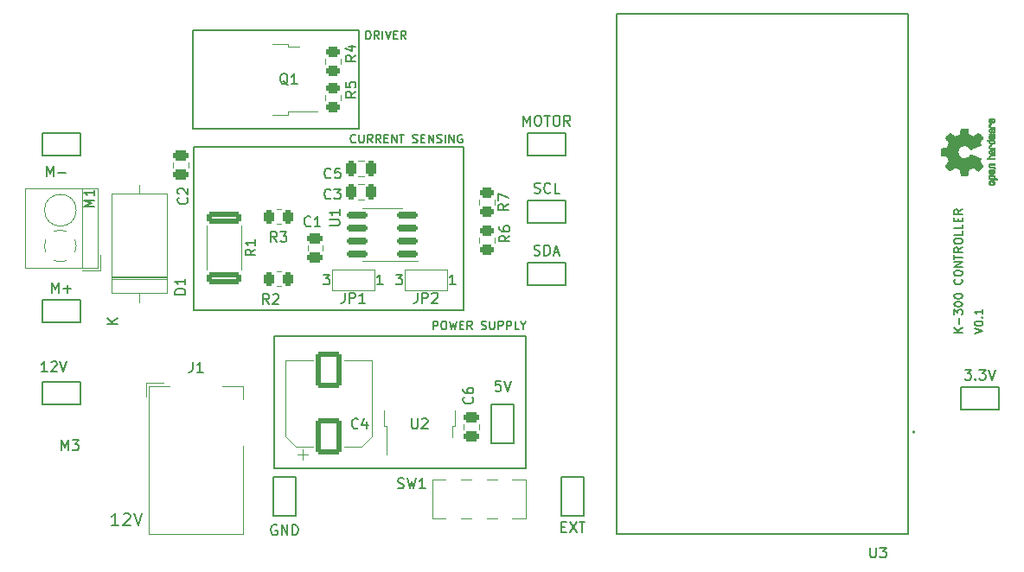
<source format=gto>
G04 #@! TF.GenerationSoftware,KiCad,Pcbnew,(6.0.5)*
G04 #@! TF.CreationDate,2022-06-11T17:51:55-07:00*
G04 #@! TF.ProjectId,main_template,6d61696e-5f74-4656-9d70-6c6174652e6b,1*
G04 #@! TF.SameCoordinates,Original*
G04 #@! TF.FileFunction,Legend,Top*
G04 #@! TF.FilePolarity,Positive*
%FSLAX46Y46*%
G04 Gerber Fmt 4.6, Leading zero omitted, Abs format (unit mm)*
G04 Created by KiCad (PCBNEW (6.0.5)) date 2022-06-11 17:51:55*
%MOMM*%
%LPD*%
G01*
G04 APERTURE LIST*
G04 Aperture macros list*
%AMRoundRect*
0 Rectangle with rounded corners*
0 $1 Rounding radius*
0 $2 $3 $4 $5 $6 $7 $8 $9 X,Y pos of 4 corners*
0 Add a 4 corners polygon primitive as box body*
4,1,4,$2,$3,$4,$5,$6,$7,$8,$9,$2,$3,0*
0 Add four circle primitives for the rounded corners*
1,1,$1+$1,$2,$3*
1,1,$1+$1,$4,$5*
1,1,$1+$1,$6,$7*
1,1,$1+$1,$8,$9*
0 Add four rect primitives between the rounded corners*
20,1,$1+$1,$2,$3,$4,$5,0*
20,1,$1+$1,$4,$5,$6,$7,0*
20,1,$1+$1,$6,$7,$8,$9,0*
20,1,$1+$1,$8,$9,$2,$3,0*%
G04 Aperture macros list end*
%ADD10C,0.152400*%
%ADD11C,0.150000*%
%ADD12C,0.010000*%
%ADD13C,0.120000*%
%ADD14C,0.200000*%
%ADD15C,0.127000*%
%ADD16R,1.200000X2.200000*%
%ADD17R,5.800000X6.400000*%
%ADD18RoundRect,0.250000X0.475000X-0.250000X0.475000X0.250000X-0.475000X0.250000X-0.475000X-0.250000X0*%
%ADD19O,2.000000X4.200000*%
%ADD20O,4.200000X2.000000*%
%ADD21R,4.600000X2.000000*%
%ADD22R,3.400000X1.800000*%
%ADD23R,1.800000X3.400000*%
%ADD24R,1.000000X1.500000*%
%ADD25C,0.800000*%
%ADD26C,6.400000*%
%ADD27RoundRect,0.250000X-0.450000X0.262500X-0.450000X-0.262500X0.450000X-0.262500X0.450000X0.262500X0*%
%ADD28RoundRect,0.250000X0.262500X0.450000X-0.262500X0.450000X-0.262500X-0.450000X0.262500X-0.450000X0*%
%ADD29RoundRect,0.250000X-0.475000X0.250000X-0.475000X-0.250000X0.475000X-0.250000X0.475000X0.250000X0*%
%ADD30RoundRect,0.250000X0.250000X0.475000X-0.250000X0.475000X-0.250000X-0.475000X0.250000X-0.475000X0*%
%ADD31R,1.000000X1.600000*%
%ADD32RoundRect,0.250000X0.450000X-0.262500X0.450000X0.262500X-0.450000X0.262500X-0.450000X-0.262500X0*%
%ADD33R,2.200000X1.200000*%
%ADD34R,6.400000X5.800000*%
%ADD35C,2.400000*%
%ADD36R,2.400000X2.400000*%
%ADD37RoundRect,0.150000X0.825000X0.150000X-0.825000X0.150000X-0.825000X-0.150000X0.825000X-0.150000X0*%
%ADD38C,2.000000*%
%ADD39R,2.000000X2.000000*%
%ADD40C,3.000000*%
%ADD41RoundRect,0.250000X1.000000X-1.500000X1.000000X1.500000X-1.000000X1.500000X-1.000000X-1.500000X0*%
%ADD42R,3.200000X3.200000*%
%ADD43O,3.200000X3.200000*%
%ADD44RoundRect,0.250000X-1.425000X0.362500X-1.425000X-0.362500X1.425000X-0.362500X1.425000X0.362500X0*%
G04 APERTURE END LIST*
D10*
X163554895Y-129823530D02*
X164367695Y-129552597D01*
X163554895Y-129281663D01*
X163554895Y-128855911D02*
X163554895Y-128778501D01*
X163593600Y-128701092D01*
X163632304Y-128662387D01*
X163709714Y-128623682D01*
X163864533Y-128584978D01*
X164058057Y-128584978D01*
X164212876Y-128623682D01*
X164290285Y-128662387D01*
X164328990Y-128701092D01*
X164367695Y-128778501D01*
X164367695Y-128855911D01*
X164328990Y-128933320D01*
X164290285Y-128972025D01*
X164212876Y-129010730D01*
X164058057Y-129049435D01*
X163864533Y-129049435D01*
X163709714Y-129010730D01*
X163632304Y-128972025D01*
X163593600Y-128933320D01*
X163554895Y-128855911D01*
X164290285Y-128236635D02*
X164328990Y-128197930D01*
X164367695Y-128236635D01*
X164328990Y-128275340D01*
X164290285Y-128236635D01*
X164367695Y-128236635D01*
X164367695Y-127423835D02*
X164367695Y-127888292D01*
X164367695Y-127656063D02*
X163554895Y-127656063D01*
X163671009Y-127733473D01*
X163748419Y-127810882D01*
X163787123Y-127888292D01*
X162367695Y-129707416D02*
X161554895Y-129707416D01*
X162367695Y-129242959D02*
X161903238Y-129591301D01*
X161554895Y-129242959D02*
X162019352Y-129707416D01*
X162058057Y-128894616D02*
X162058057Y-128275340D01*
X161554895Y-127965701D02*
X161554895Y-127462540D01*
X161864533Y-127733473D01*
X161864533Y-127617359D01*
X161903238Y-127539949D01*
X161941942Y-127501244D01*
X162019352Y-127462540D01*
X162212876Y-127462540D01*
X162290285Y-127501244D01*
X162328990Y-127539949D01*
X162367695Y-127617359D01*
X162367695Y-127849587D01*
X162328990Y-127926997D01*
X162290285Y-127965701D01*
X161554895Y-126959378D02*
X161554895Y-126881968D01*
X161593600Y-126804559D01*
X161632304Y-126765854D01*
X161709714Y-126727149D01*
X161864533Y-126688444D01*
X162058057Y-126688444D01*
X162212876Y-126727149D01*
X162290285Y-126765854D01*
X162328990Y-126804559D01*
X162367695Y-126881968D01*
X162367695Y-126959378D01*
X162328990Y-127036787D01*
X162290285Y-127075492D01*
X162212876Y-127114197D01*
X162058057Y-127152901D01*
X161864533Y-127152901D01*
X161709714Y-127114197D01*
X161632304Y-127075492D01*
X161593600Y-127036787D01*
X161554895Y-126959378D01*
X161554895Y-126185282D02*
X161554895Y-126107873D01*
X161593600Y-126030463D01*
X161632304Y-125991759D01*
X161709714Y-125953054D01*
X161864533Y-125914349D01*
X162058057Y-125914349D01*
X162212876Y-125953054D01*
X162290285Y-125991759D01*
X162328990Y-126030463D01*
X162367695Y-126107873D01*
X162367695Y-126185282D01*
X162328990Y-126262692D01*
X162290285Y-126301397D01*
X162212876Y-126340101D01*
X162058057Y-126378806D01*
X161864533Y-126378806D01*
X161709714Y-126340101D01*
X161632304Y-126301397D01*
X161593600Y-126262692D01*
X161554895Y-126185282D01*
X162290285Y-124482273D02*
X162328990Y-124520978D01*
X162367695Y-124637092D01*
X162367695Y-124714501D01*
X162328990Y-124830616D01*
X162251580Y-124908025D01*
X162174171Y-124946730D01*
X162019352Y-124985435D01*
X161903238Y-124985435D01*
X161748419Y-124946730D01*
X161671009Y-124908025D01*
X161593600Y-124830616D01*
X161554895Y-124714501D01*
X161554895Y-124637092D01*
X161593600Y-124520978D01*
X161632304Y-124482273D01*
X161554895Y-123979111D02*
X161554895Y-123824292D01*
X161593600Y-123746882D01*
X161671009Y-123669473D01*
X161825828Y-123630768D01*
X162096761Y-123630768D01*
X162251580Y-123669473D01*
X162328990Y-123746882D01*
X162367695Y-123824292D01*
X162367695Y-123979111D01*
X162328990Y-124056520D01*
X162251580Y-124133930D01*
X162096761Y-124172635D01*
X161825828Y-124172635D01*
X161671009Y-124133930D01*
X161593600Y-124056520D01*
X161554895Y-123979111D01*
X162367695Y-123282425D02*
X161554895Y-123282425D01*
X162367695Y-122817968D01*
X161554895Y-122817968D01*
X161554895Y-122547035D02*
X161554895Y-122082578D01*
X162367695Y-122314806D02*
X161554895Y-122314806D01*
X162367695Y-121347187D02*
X161980647Y-121618120D01*
X162367695Y-121811644D02*
X161554895Y-121811644D01*
X161554895Y-121502006D01*
X161593600Y-121424597D01*
X161632304Y-121385892D01*
X161709714Y-121347187D01*
X161825828Y-121347187D01*
X161903238Y-121385892D01*
X161941942Y-121424597D01*
X161980647Y-121502006D01*
X161980647Y-121811644D01*
X161554895Y-120844025D02*
X161554895Y-120689206D01*
X161593600Y-120611797D01*
X161671009Y-120534387D01*
X161825828Y-120495682D01*
X162096761Y-120495682D01*
X162251580Y-120534387D01*
X162328990Y-120611797D01*
X162367695Y-120689206D01*
X162367695Y-120844025D01*
X162328990Y-120921435D01*
X162251580Y-120998844D01*
X162096761Y-121037549D01*
X161825828Y-121037549D01*
X161671009Y-120998844D01*
X161593600Y-120921435D01*
X161554895Y-120844025D01*
X162367695Y-119760292D02*
X162367695Y-120147340D01*
X161554895Y-120147340D01*
X162367695Y-119102311D02*
X162367695Y-119489359D01*
X161554895Y-119489359D01*
X161941942Y-118831378D02*
X161941942Y-118560444D01*
X162367695Y-118444330D02*
X162367695Y-118831378D01*
X161554895Y-118831378D01*
X161554895Y-118444330D01*
X162367695Y-117631530D02*
X161980647Y-117902463D01*
X162367695Y-118095987D02*
X161554895Y-118095987D01*
X161554895Y-117786349D01*
X161593600Y-117708940D01*
X161632304Y-117670235D01*
X161709714Y-117631530D01*
X161825828Y-117631530D01*
X161903238Y-117670235D01*
X161941942Y-117708940D01*
X161980647Y-117786349D01*
X161980647Y-118095987D01*
X94996000Y-130048000D02*
X119634000Y-130048000D01*
X119634000Y-130048000D02*
X119634000Y-143002000D01*
X119634000Y-143002000D02*
X94996000Y-143002000D01*
X94996000Y-143002000D02*
X94996000Y-130048000D01*
X87039000Y-100075000D02*
X103295000Y-100075000D01*
X103295000Y-100075000D02*
X103295000Y-109727000D01*
X103295000Y-109727000D02*
X87039000Y-109727000D01*
X87039000Y-109727000D02*
X87039000Y-100075000D01*
X87122000Y-111506000D02*
X113538000Y-111506000D01*
X113538000Y-111506000D02*
X113538000Y-127508000D01*
X113538000Y-127508000D02*
X87122000Y-127508000D01*
X87122000Y-127508000D02*
X87122000Y-111506000D01*
X102957085Y-111034285D02*
X102918380Y-111072990D01*
X102802266Y-111111695D01*
X102724857Y-111111695D01*
X102608742Y-111072990D01*
X102531333Y-110995580D01*
X102492628Y-110918171D01*
X102453923Y-110763352D01*
X102453923Y-110647238D01*
X102492628Y-110492419D01*
X102531333Y-110415009D01*
X102608742Y-110337600D01*
X102724857Y-110298895D01*
X102802266Y-110298895D01*
X102918380Y-110337600D01*
X102957085Y-110376304D01*
X103305428Y-110298895D02*
X103305428Y-110956876D01*
X103344133Y-111034285D01*
X103382838Y-111072990D01*
X103460247Y-111111695D01*
X103615066Y-111111695D01*
X103692476Y-111072990D01*
X103731180Y-111034285D01*
X103769885Y-110956876D01*
X103769885Y-110298895D01*
X104621390Y-111111695D02*
X104350457Y-110724647D01*
X104156933Y-111111695D02*
X104156933Y-110298895D01*
X104466571Y-110298895D01*
X104543980Y-110337600D01*
X104582685Y-110376304D01*
X104621390Y-110453714D01*
X104621390Y-110569828D01*
X104582685Y-110647238D01*
X104543980Y-110685942D01*
X104466571Y-110724647D01*
X104156933Y-110724647D01*
X105434190Y-111111695D02*
X105163257Y-110724647D01*
X104969733Y-111111695D02*
X104969733Y-110298895D01*
X105279371Y-110298895D01*
X105356780Y-110337600D01*
X105395485Y-110376304D01*
X105434190Y-110453714D01*
X105434190Y-110569828D01*
X105395485Y-110647238D01*
X105356780Y-110685942D01*
X105279371Y-110724647D01*
X104969733Y-110724647D01*
X105782533Y-110685942D02*
X106053466Y-110685942D01*
X106169580Y-111111695D02*
X105782533Y-111111695D01*
X105782533Y-110298895D01*
X106169580Y-110298895D01*
X106517923Y-111111695D02*
X106517923Y-110298895D01*
X106982380Y-111111695D01*
X106982380Y-110298895D01*
X107253314Y-110298895D02*
X107717771Y-110298895D01*
X107485542Y-111111695D02*
X107485542Y-110298895D01*
X108569276Y-111072990D02*
X108685390Y-111111695D01*
X108878914Y-111111695D01*
X108956323Y-111072990D01*
X108995028Y-111034285D01*
X109033733Y-110956876D01*
X109033733Y-110879466D01*
X108995028Y-110802057D01*
X108956323Y-110763352D01*
X108878914Y-110724647D01*
X108724095Y-110685942D01*
X108646685Y-110647238D01*
X108607980Y-110608533D01*
X108569276Y-110531123D01*
X108569276Y-110453714D01*
X108607980Y-110376304D01*
X108646685Y-110337600D01*
X108724095Y-110298895D01*
X108917619Y-110298895D01*
X109033733Y-110337600D01*
X109382076Y-110685942D02*
X109653009Y-110685942D01*
X109769123Y-111111695D02*
X109382076Y-111111695D01*
X109382076Y-110298895D01*
X109769123Y-110298895D01*
X110117466Y-111111695D02*
X110117466Y-110298895D01*
X110581923Y-111111695D01*
X110581923Y-110298895D01*
X110930266Y-111072990D02*
X111046380Y-111111695D01*
X111239904Y-111111695D01*
X111317314Y-111072990D01*
X111356019Y-111034285D01*
X111394723Y-110956876D01*
X111394723Y-110879466D01*
X111356019Y-110802057D01*
X111317314Y-110763352D01*
X111239904Y-110724647D01*
X111085085Y-110685942D01*
X111007676Y-110647238D01*
X110968971Y-110608533D01*
X110930266Y-110531123D01*
X110930266Y-110453714D01*
X110968971Y-110376304D01*
X111007676Y-110337600D01*
X111085085Y-110298895D01*
X111278609Y-110298895D01*
X111394723Y-110337600D01*
X111743066Y-111111695D02*
X111743066Y-110298895D01*
X112130114Y-111111695D02*
X112130114Y-110298895D01*
X112594571Y-111111695D01*
X112594571Y-110298895D01*
X113407371Y-110337600D02*
X113329961Y-110298895D01*
X113213847Y-110298895D01*
X113097733Y-110337600D01*
X113020323Y-110415009D01*
X112981619Y-110492419D01*
X112942914Y-110647238D01*
X112942914Y-110763352D01*
X112981619Y-110918171D01*
X113020323Y-110995580D01*
X113097733Y-111072990D01*
X113213847Y-111111695D01*
X113291257Y-111111695D01*
X113407371Y-111072990D01*
X113446076Y-111034285D01*
X113446076Y-110763352D01*
X113291257Y-110763352D01*
X103982761Y-100951695D02*
X103982761Y-100138895D01*
X104176285Y-100138895D01*
X104292400Y-100177600D01*
X104369809Y-100255009D01*
X104408514Y-100332419D01*
X104447219Y-100487238D01*
X104447219Y-100603352D01*
X104408514Y-100758171D01*
X104369809Y-100835580D01*
X104292400Y-100912990D01*
X104176285Y-100951695D01*
X103982761Y-100951695D01*
X105260019Y-100951695D02*
X104989085Y-100564647D01*
X104795561Y-100951695D02*
X104795561Y-100138895D01*
X105105200Y-100138895D01*
X105182609Y-100177600D01*
X105221314Y-100216304D01*
X105260019Y-100293714D01*
X105260019Y-100409828D01*
X105221314Y-100487238D01*
X105182609Y-100525942D01*
X105105200Y-100564647D01*
X104795561Y-100564647D01*
X105608361Y-100951695D02*
X105608361Y-100138895D01*
X105879295Y-100138895D02*
X106150228Y-100951695D01*
X106421161Y-100138895D01*
X106692095Y-100525942D02*
X106963028Y-100525942D01*
X107079142Y-100951695D02*
X106692095Y-100951695D01*
X106692095Y-100138895D01*
X107079142Y-100138895D01*
X107891942Y-100951695D02*
X107621009Y-100564647D01*
X107427485Y-100951695D02*
X107427485Y-100138895D01*
X107737123Y-100138895D01*
X107814533Y-100177600D01*
X107853238Y-100216304D01*
X107891942Y-100293714D01*
X107891942Y-100409828D01*
X107853238Y-100487238D01*
X107814533Y-100525942D01*
X107737123Y-100564647D01*
X107427485Y-100564647D01*
X110572247Y-129399695D02*
X110572247Y-128586895D01*
X110881885Y-128586895D01*
X110959295Y-128625600D01*
X110998000Y-128664304D01*
X111036704Y-128741714D01*
X111036704Y-128857828D01*
X110998000Y-128935238D01*
X110959295Y-128973942D01*
X110881885Y-129012647D01*
X110572247Y-129012647D01*
X111539866Y-128586895D02*
X111694685Y-128586895D01*
X111772095Y-128625600D01*
X111849504Y-128703009D01*
X111888209Y-128857828D01*
X111888209Y-129128761D01*
X111849504Y-129283580D01*
X111772095Y-129360990D01*
X111694685Y-129399695D01*
X111539866Y-129399695D01*
X111462457Y-129360990D01*
X111385047Y-129283580D01*
X111346342Y-129128761D01*
X111346342Y-128857828D01*
X111385047Y-128703009D01*
X111462457Y-128625600D01*
X111539866Y-128586895D01*
X112159142Y-128586895D02*
X112352666Y-129399695D01*
X112507485Y-128819123D01*
X112662304Y-129399695D01*
X112855828Y-128586895D01*
X113165466Y-128973942D02*
X113436400Y-128973942D01*
X113552514Y-129399695D02*
X113165466Y-129399695D01*
X113165466Y-128586895D01*
X113552514Y-128586895D01*
X114365314Y-129399695D02*
X114094380Y-129012647D01*
X113900857Y-129399695D02*
X113900857Y-128586895D01*
X114210495Y-128586895D01*
X114287904Y-128625600D01*
X114326609Y-128664304D01*
X114365314Y-128741714D01*
X114365314Y-128857828D01*
X114326609Y-128935238D01*
X114287904Y-128973942D01*
X114210495Y-129012647D01*
X113900857Y-129012647D01*
X115294228Y-129360990D02*
X115410342Y-129399695D01*
X115603866Y-129399695D01*
X115681276Y-129360990D01*
X115719980Y-129322285D01*
X115758685Y-129244876D01*
X115758685Y-129167466D01*
X115719980Y-129090057D01*
X115681276Y-129051352D01*
X115603866Y-129012647D01*
X115449047Y-128973942D01*
X115371638Y-128935238D01*
X115332933Y-128896533D01*
X115294228Y-128819123D01*
X115294228Y-128741714D01*
X115332933Y-128664304D01*
X115371638Y-128625600D01*
X115449047Y-128586895D01*
X115642571Y-128586895D01*
X115758685Y-128625600D01*
X116107028Y-128586895D02*
X116107028Y-129244876D01*
X116145733Y-129322285D01*
X116184438Y-129360990D01*
X116261847Y-129399695D01*
X116416666Y-129399695D01*
X116494076Y-129360990D01*
X116532780Y-129322285D01*
X116571485Y-129244876D01*
X116571485Y-128586895D01*
X116958533Y-129399695D02*
X116958533Y-128586895D01*
X117268171Y-128586895D01*
X117345580Y-128625600D01*
X117384285Y-128664304D01*
X117422990Y-128741714D01*
X117422990Y-128857828D01*
X117384285Y-128935238D01*
X117345580Y-128973942D01*
X117268171Y-129012647D01*
X116958533Y-129012647D01*
X117771333Y-129399695D02*
X117771333Y-128586895D01*
X118080971Y-128586895D01*
X118158380Y-128625600D01*
X118197085Y-128664304D01*
X118235790Y-128741714D01*
X118235790Y-128857828D01*
X118197085Y-128935238D01*
X118158380Y-128973942D01*
X118080971Y-129012647D01*
X117771333Y-129012647D01*
X118971180Y-129399695D02*
X118584133Y-129399695D01*
X118584133Y-128586895D01*
X119396933Y-129012647D02*
X119396933Y-129399695D01*
X119126000Y-128586895D02*
X119396933Y-129012647D01*
X119667866Y-128586895D01*
X79763257Y-148633542D02*
X79066571Y-148633542D01*
X79414914Y-148633542D02*
X79414914Y-147414342D01*
X79298800Y-147588514D01*
X79182685Y-147704628D01*
X79066571Y-147762685D01*
X80227714Y-147530457D02*
X80285771Y-147472400D01*
X80401885Y-147414342D01*
X80692171Y-147414342D01*
X80808285Y-147472400D01*
X80866342Y-147530457D01*
X80924400Y-147646571D01*
X80924400Y-147762685D01*
X80866342Y-147936857D01*
X80169657Y-148633542D01*
X80924400Y-148633542D01*
X81272742Y-147414342D02*
X81679142Y-148633542D01*
X82085542Y-147414342D01*
D11*
X108458095Y-138136380D02*
X108458095Y-138945904D01*
X108505714Y-139041142D01*
X108553333Y-139088761D01*
X108648571Y-139136380D01*
X108839047Y-139136380D01*
X108934285Y-139088761D01*
X108981904Y-139041142D01*
X109029523Y-138945904D01*
X109029523Y-138136380D01*
X109458095Y-138231619D02*
X109505714Y-138184000D01*
X109600952Y-138136380D01*
X109839047Y-138136380D01*
X109934285Y-138184000D01*
X109981904Y-138231619D01*
X110029523Y-138326857D01*
X110029523Y-138422095D01*
X109981904Y-138564952D01*
X109410476Y-139136380D01*
X110029523Y-139136380D01*
X86463142Y-116498666D02*
X86510761Y-116546285D01*
X86558380Y-116689142D01*
X86558380Y-116784380D01*
X86510761Y-116927238D01*
X86415523Y-117022476D01*
X86320285Y-117070095D01*
X86129809Y-117117714D01*
X85986952Y-117117714D01*
X85796476Y-117070095D01*
X85701238Y-117022476D01*
X85606000Y-116927238D01*
X85558380Y-116784380D01*
X85558380Y-116689142D01*
X85606000Y-116546285D01*
X85653619Y-116498666D01*
X85653619Y-116117714D02*
X85606000Y-116070095D01*
X85558380Y-115974857D01*
X85558380Y-115736761D01*
X85606000Y-115641523D01*
X85653619Y-115593904D01*
X85748857Y-115546285D01*
X85844095Y-115546285D01*
X85986952Y-115593904D01*
X86558380Y-116165333D01*
X86558380Y-115546285D01*
X87016666Y-132602380D02*
X87016666Y-133316666D01*
X86969047Y-133459523D01*
X86873809Y-133554761D01*
X86730952Y-133602380D01*
X86635714Y-133602380D01*
X88016666Y-133602380D02*
X87445238Y-133602380D01*
X87730952Y-133602380D02*
X87730952Y-132602380D01*
X87635714Y-132745238D01*
X87540476Y-132840476D01*
X87445238Y-132888095D01*
X162607809Y-133346372D02*
X163226857Y-133346372D01*
X162893523Y-133727325D01*
X163036380Y-133727325D01*
X163131619Y-133774944D01*
X163179238Y-133822563D01*
X163226857Y-133917801D01*
X163226857Y-134155896D01*
X163179238Y-134251134D01*
X163131619Y-134298753D01*
X163036380Y-134346372D01*
X162750666Y-134346372D01*
X162655428Y-134298753D01*
X162607809Y-134251134D01*
X163655428Y-134251134D02*
X163703047Y-134298753D01*
X163655428Y-134346372D01*
X163607809Y-134298753D01*
X163655428Y-134251134D01*
X163655428Y-134346372D01*
X164036380Y-133346372D02*
X164655428Y-133346372D01*
X164322095Y-133727325D01*
X164464952Y-133727325D01*
X164560190Y-133774944D01*
X164607809Y-133822563D01*
X164655428Y-133917801D01*
X164655428Y-134155896D01*
X164607809Y-134251134D01*
X164560190Y-134298753D01*
X164464952Y-134346372D01*
X164179238Y-134346372D01*
X164084000Y-134298753D01*
X164036380Y-134251134D01*
X164941142Y-133346372D02*
X165274476Y-134346372D01*
X165607809Y-133346372D01*
X114403142Y-136056666D02*
X114450761Y-136104285D01*
X114498380Y-136247142D01*
X114498380Y-136342380D01*
X114450761Y-136485238D01*
X114355523Y-136580476D01*
X114260285Y-136628095D01*
X114069809Y-136675714D01*
X113926952Y-136675714D01*
X113736476Y-136628095D01*
X113641238Y-136580476D01*
X113546000Y-136485238D01*
X113498380Y-136342380D01*
X113498380Y-136247142D01*
X113546000Y-136104285D01*
X113593619Y-136056666D01*
X113498380Y-135199523D02*
X113498380Y-135390000D01*
X113546000Y-135485238D01*
X113593619Y-135532857D01*
X113736476Y-135628095D01*
X113926952Y-135675714D01*
X114307904Y-135675714D01*
X114403142Y-135628095D01*
X114450761Y-135580476D01*
X114498380Y-135485238D01*
X114498380Y-135294761D01*
X114450761Y-135199523D01*
X114403142Y-135151904D01*
X114307904Y-135104285D01*
X114069809Y-135104285D01*
X113974571Y-135151904D01*
X113926952Y-135199523D01*
X113879333Y-135294761D01*
X113879333Y-135485238D01*
X113926952Y-135580476D01*
X113974571Y-135628095D01*
X114069809Y-135675714D01*
X117157523Y-134452380D02*
X116681333Y-134452380D01*
X116633714Y-134928571D01*
X116681333Y-134880952D01*
X116776571Y-134833333D01*
X117014666Y-134833333D01*
X117109904Y-134880952D01*
X117157523Y-134928571D01*
X117205142Y-135023809D01*
X117205142Y-135261904D01*
X117157523Y-135357142D01*
X117109904Y-135404761D01*
X117014666Y-135452380D01*
X116776571Y-135452380D01*
X116681333Y-135404761D01*
X116633714Y-135357142D01*
X117490857Y-134452380D02*
X117824190Y-135452380D01*
X118157523Y-134452380D01*
X72707619Y-114402380D02*
X72707619Y-113402380D01*
X73040952Y-114116666D01*
X73374285Y-113402380D01*
X73374285Y-114402380D01*
X73850476Y-114021428D02*
X74612380Y-114021428D01*
X101906666Y-125815880D02*
X101906666Y-126530166D01*
X101859047Y-126673023D01*
X101763809Y-126768261D01*
X101620952Y-126815880D01*
X101525714Y-126815880D01*
X102382857Y-126815880D02*
X102382857Y-125815880D01*
X102763809Y-125815880D01*
X102859047Y-125863500D01*
X102906666Y-125911119D01*
X102954285Y-126006357D01*
X102954285Y-126149214D01*
X102906666Y-126244452D01*
X102859047Y-126292071D01*
X102763809Y-126339690D01*
X102382857Y-126339690D01*
X103906666Y-126815880D02*
X103335238Y-126815880D01*
X103620952Y-126815880D02*
X103620952Y-125815880D01*
X103525714Y-125958738D01*
X103430476Y-126053976D01*
X103335238Y-126101595D01*
X105625714Y-125015880D02*
X105054285Y-125015880D01*
X105340000Y-125015880D02*
X105340000Y-124015880D01*
X105244761Y-124158738D01*
X105149523Y-124253976D01*
X105054285Y-124301595D01*
X99806666Y-124015880D02*
X100425714Y-124015880D01*
X100092380Y-124396833D01*
X100235238Y-124396833D01*
X100330476Y-124444452D01*
X100378095Y-124492071D01*
X100425714Y-124587309D01*
X100425714Y-124825404D01*
X100378095Y-124920642D01*
X100330476Y-124968261D01*
X100235238Y-125015880D01*
X99949523Y-125015880D01*
X99854285Y-124968261D01*
X99806666Y-124920642D01*
X74190476Y-141252380D02*
X74190476Y-140252380D01*
X74523809Y-140966666D01*
X74857142Y-140252380D01*
X74857142Y-141252380D01*
X75238095Y-140252380D02*
X75857142Y-140252380D01*
X75523809Y-140633333D01*
X75666666Y-140633333D01*
X75761904Y-140680952D01*
X75809523Y-140728571D01*
X75857142Y-140823809D01*
X75857142Y-141061904D01*
X75809523Y-141157142D01*
X75761904Y-141204761D01*
X75666666Y-141252380D01*
X75380952Y-141252380D01*
X75285714Y-141204761D01*
X75238095Y-141157142D01*
X117926380Y-117110166D02*
X117450190Y-117443500D01*
X117926380Y-117681595D02*
X116926380Y-117681595D01*
X116926380Y-117300642D01*
X116974000Y-117205404D01*
X117021619Y-117157785D01*
X117116857Y-117110166D01*
X117259714Y-117110166D01*
X117354952Y-117157785D01*
X117402571Y-117205404D01*
X117450190Y-117300642D01*
X117450190Y-117681595D01*
X116926380Y-116776833D02*
X116926380Y-116110166D01*
X117926380Y-116538738D01*
X95272333Y-120824880D02*
X94939000Y-120348690D01*
X94700904Y-120824880D02*
X94700904Y-119824880D01*
X95081857Y-119824880D01*
X95177095Y-119872500D01*
X95224714Y-119920119D01*
X95272333Y-120015357D01*
X95272333Y-120158214D01*
X95224714Y-120253452D01*
X95177095Y-120301071D01*
X95081857Y-120348690D01*
X94700904Y-120348690D01*
X95605666Y-119824880D02*
X96224714Y-119824880D01*
X95891380Y-120205833D01*
X96034238Y-120205833D01*
X96129476Y-120253452D01*
X96177095Y-120301071D01*
X96224714Y-120396309D01*
X96224714Y-120634404D01*
X96177095Y-120729642D01*
X96129476Y-120777261D01*
X96034238Y-120824880D01*
X95748523Y-120824880D01*
X95653285Y-120777261D01*
X95605666Y-120729642D01*
X95250095Y-148598000D02*
X95154857Y-148550380D01*
X95012000Y-148550380D01*
X94869142Y-148598000D01*
X94773904Y-148693238D01*
X94726285Y-148788476D01*
X94678666Y-148978952D01*
X94678666Y-149121809D01*
X94726285Y-149312285D01*
X94773904Y-149407523D01*
X94869142Y-149502761D01*
X95012000Y-149550380D01*
X95107238Y-149550380D01*
X95250095Y-149502761D01*
X95297714Y-149455142D01*
X95297714Y-149121809D01*
X95107238Y-149121809D01*
X95726285Y-149550380D02*
X95726285Y-148550380D01*
X96297714Y-149550380D01*
X96297714Y-148550380D01*
X96773904Y-149550380D02*
X96773904Y-148550380D01*
X97012000Y-148550380D01*
X97154857Y-148598000D01*
X97250095Y-148693238D01*
X97297714Y-148788476D01*
X97345333Y-148978952D01*
X97345333Y-149121809D01*
X97297714Y-149312285D01*
X97250095Y-149407523D01*
X97154857Y-149502761D01*
X97012000Y-149550380D01*
X96773904Y-149550380D01*
X120451714Y-122106753D02*
X120594571Y-122154372D01*
X120832666Y-122154372D01*
X120927904Y-122106753D01*
X120975523Y-122059134D01*
X121023142Y-121963896D01*
X121023142Y-121868658D01*
X120975523Y-121773420D01*
X120927904Y-121725801D01*
X120832666Y-121678182D01*
X120642190Y-121630563D01*
X120546952Y-121582944D01*
X120499333Y-121535325D01*
X120451714Y-121440087D01*
X120451714Y-121344849D01*
X120499333Y-121249611D01*
X120546952Y-121201992D01*
X120642190Y-121154372D01*
X120880285Y-121154372D01*
X121023142Y-121201992D01*
X121451714Y-122154372D02*
X121451714Y-121154372D01*
X121689809Y-121154372D01*
X121832666Y-121201992D01*
X121927904Y-121297230D01*
X121975523Y-121392468D01*
X122023142Y-121582944D01*
X122023142Y-121725801D01*
X121975523Y-121916277D01*
X121927904Y-122011515D01*
X121832666Y-122106753D01*
X121689809Y-122154372D01*
X121451714Y-122154372D01*
X122404095Y-121868658D02*
X122880285Y-121868658D01*
X122308857Y-122154372D02*
X122642190Y-121154372D01*
X122975523Y-122154372D01*
X98574333Y-119229142D02*
X98526714Y-119276761D01*
X98383857Y-119324380D01*
X98288619Y-119324380D01*
X98145761Y-119276761D01*
X98050523Y-119181523D01*
X98002904Y-119086285D01*
X97955285Y-118895809D01*
X97955285Y-118752952D01*
X98002904Y-118562476D01*
X98050523Y-118467238D01*
X98145761Y-118372000D01*
X98288619Y-118324380D01*
X98383857Y-118324380D01*
X98526714Y-118372000D01*
X98574333Y-118419619D01*
X99526714Y-119324380D02*
X98955285Y-119324380D01*
X99241000Y-119324380D02*
X99241000Y-118324380D01*
X99145761Y-118467238D01*
X99050523Y-118562476D01*
X98955285Y-118610095D01*
X100541333Y-116538642D02*
X100493714Y-116586261D01*
X100350857Y-116633880D01*
X100255619Y-116633880D01*
X100112761Y-116586261D01*
X100017523Y-116491023D01*
X99969904Y-116395785D01*
X99922285Y-116205309D01*
X99922285Y-116062452D01*
X99969904Y-115871976D01*
X100017523Y-115776738D01*
X100112761Y-115681500D01*
X100255619Y-115633880D01*
X100350857Y-115633880D01*
X100493714Y-115681500D01*
X100541333Y-115729119D01*
X100874666Y-115633880D02*
X101493714Y-115633880D01*
X101160380Y-116014833D01*
X101303238Y-116014833D01*
X101398476Y-116062452D01*
X101446095Y-116110071D01*
X101493714Y-116205309D01*
X101493714Y-116443404D01*
X101446095Y-116538642D01*
X101398476Y-116586261D01*
X101303238Y-116633880D01*
X101017523Y-116633880D01*
X100922285Y-116586261D01*
X100874666Y-116538642D01*
X73215619Y-125806384D02*
X73215619Y-124806384D01*
X73548952Y-125520670D01*
X73882285Y-124806384D01*
X73882285Y-125806384D01*
X74358476Y-125425432D02*
X75120380Y-125425432D01*
X74739428Y-125806384D02*
X74739428Y-125044480D01*
X107124666Y-144930761D02*
X107267523Y-144978380D01*
X107505619Y-144978380D01*
X107600857Y-144930761D01*
X107648476Y-144883142D01*
X107696095Y-144787904D01*
X107696095Y-144692666D01*
X107648476Y-144597428D01*
X107600857Y-144549809D01*
X107505619Y-144502190D01*
X107315142Y-144454571D01*
X107219904Y-144406952D01*
X107172285Y-144359333D01*
X107124666Y-144264095D01*
X107124666Y-144168857D01*
X107172285Y-144073619D01*
X107219904Y-144026000D01*
X107315142Y-143978380D01*
X107553238Y-143978380D01*
X107696095Y-144026000D01*
X108029428Y-143978380D02*
X108267523Y-144978380D01*
X108458000Y-144264095D01*
X108648476Y-144978380D01*
X108886571Y-143978380D01*
X109791333Y-144978380D02*
X109219904Y-144978380D01*
X109505619Y-144978380D02*
X109505619Y-143978380D01*
X109410380Y-144121238D01*
X109315142Y-144216476D01*
X109219904Y-144264095D01*
X72786952Y-133548380D02*
X72215523Y-133548380D01*
X72501238Y-133548380D02*
X72501238Y-132548380D01*
X72406000Y-132691238D01*
X72310761Y-132786476D01*
X72215523Y-132834095D01*
X73167904Y-132643619D02*
X73215523Y-132596000D01*
X73310761Y-132548380D01*
X73548857Y-132548380D01*
X73644095Y-132596000D01*
X73691714Y-132643619D01*
X73739333Y-132738857D01*
X73739333Y-132834095D01*
X73691714Y-132976952D01*
X73120285Y-133548380D01*
X73739333Y-133548380D01*
X74025047Y-132548380D02*
X74358380Y-133548380D01*
X74691714Y-132548380D01*
X102985380Y-106083666D02*
X102509190Y-106417000D01*
X102985380Y-106655095D02*
X101985380Y-106655095D01*
X101985380Y-106274142D01*
X102033000Y-106178904D01*
X102080619Y-106131285D01*
X102175857Y-106083666D01*
X102318714Y-106083666D01*
X102413952Y-106131285D01*
X102461571Y-106178904D01*
X102509190Y-106274142D01*
X102509190Y-106655095D01*
X101985380Y-105178904D02*
X101985380Y-105655095D01*
X102461571Y-105702714D01*
X102413952Y-105655095D01*
X102366333Y-105559857D01*
X102366333Y-105321761D01*
X102413952Y-105226523D01*
X102461571Y-105178904D01*
X102556809Y-105131285D01*
X102794904Y-105131285D01*
X102890142Y-105178904D01*
X102937761Y-105226523D01*
X102985380Y-105321761D01*
X102985380Y-105559857D01*
X102937761Y-105655095D01*
X102890142Y-105702714D01*
X96341761Y-105448619D02*
X96246523Y-105401000D01*
X96151285Y-105305761D01*
X96008428Y-105162904D01*
X95913190Y-105115285D01*
X95817952Y-105115285D01*
X95865571Y-105353380D02*
X95770333Y-105305761D01*
X95675095Y-105210523D01*
X95627476Y-105020047D01*
X95627476Y-104686714D01*
X95675095Y-104496238D01*
X95770333Y-104401000D01*
X95865571Y-104353380D01*
X96056047Y-104353380D01*
X96151285Y-104401000D01*
X96246523Y-104496238D01*
X96294142Y-104686714D01*
X96294142Y-105020047D01*
X96246523Y-105210523D01*
X96151285Y-105305761D01*
X96056047Y-105353380D01*
X95865571Y-105353380D01*
X97246523Y-105353380D02*
X96675095Y-105353380D01*
X96960809Y-105353380D02*
X96960809Y-104353380D01*
X96865571Y-104496238D01*
X96770333Y-104591476D01*
X96675095Y-104639095D01*
X94510333Y-126920880D02*
X94177000Y-126444690D01*
X93938904Y-126920880D02*
X93938904Y-125920880D01*
X94319857Y-125920880D01*
X94415095Y-125968500D01*
X94462714Y-126016119D01*
X94510333Y-126111357D01*
X94510333Y-126254214D01*
X94462714Y-126349452D01*
X94415095Y-126397071D01*
X94319857Y-126444690D01*
X93938904Y-126444690D01*
X94891285Y-126016119D02*
X94938904Y-125968500D01*
X95034142Y-125920880D01*
X95272238Y-125920880D01*
X95367476Y-125968500D01*
X95415095Y-126016119D01*
X95462714Y-126111357D01*
X95462714Y-126206595D01*
X95415095Y-126349452D01*
X94843666Y-126920880D01*
X95462714Y-126920880D01*
X120475523Y-116010753D02*
X120618380Y-116058372D01*
X120856476Y-116058372D01*
X120951714Y-116010753D01*
X120999333Y-115963134D01*
X121046952Y-115867896D01*
X121046952Y-115772658D01*
X120999333Y-115677420D01*
X120951714Y-115629801D01*
X120856476Y-115582182D01*
X120666000Y-115534563D01*
X120570761Y-115486944D01*
X120523142Y-115439325D01*
X120475523Y-115344087D01*
X120475523Y-115248849D01*
X120523142Y-115153611D01*
X120570761Y-115105992D01*
X120666000Y-115058372D01*
X120904095Y-115058372D01*
X121046952Y-115105992D01*
X122046952Y-115963134D02*
X121999333Y-116010753D01*
X121856476Y-116058372D01*
X121761238Y-116058372D01*
X121618380Y-116010753D01*
X121523142Y-115915515D01*
X121475523Y-115820277D01*
X121427904Y-115629801D01*
X121427904Y-115486944D01*
X121475523Y-115296468D01*
X121523142Y-115201230D01*
X121618380Y-115105992D01*
X121761238Y-115058372D01*
X121856476Y-115058372D01*
X121999333Y-115105992D01*
X122046952Y-115153611D01*
X122951714Y-116058372D02*
X122475523Y-116058372D01*
X122475523Y-115058372D01*
X77414380Y-117395523D02*
X76414380Y-117395523D01*
X77128666Y-117062190D01*
X76414380Y-116728857D01*
X77414380Y-116728857D01*
X77414380Y-115728857D02*
X77414380Y-116300285D01*
X77414380Y-116014571D02*
X76414380Y-116014571D01*
X76557238Y-116109809D01*
X76652476Y-116205047D01*
X76700095Y-116300285D01*
X119404095Y-109454372D02*
X119404095Y-108454372D01*
X119737428Y-109168658D01*
X120070761Y-108454372D01*
X120070761Y-109454372D01*
X120737428Y-108454372D02*
X120927904Y-108454372D01*
X121023142Y-108501992D01*
X121118380Y-108597230D01*
X121166000Y-108787706D01*
X121166000Y-109121039D01*
X121118380Y-109311515D01*
X121023142Y-109406753D01*
X120927904Y-109454372D01*
X120737428Y-109454372D01*
X120642190Y-109406753D01*
X120546952Y-109311515D01*
X120499333Y-109121039D01*
X120499333Y-108787706D01*
X120546952Y-108597230D01*
X120642190Y-108501992D01*
X120737428Y-108454372D01*
X121451714Y-108454372D02*
X122023142Y-108454372D01*
X121737428Y-109454372D02*
X121737428Y-108454372D01*
X122546952Y-108454372D02*
X122737428Y-108454372D01*
X122832666Y-108501992D01*
X122927904Y-108597230D01*
X122975523Y-108787706D01*
X122975523Y-109121039D01*
X122927904Y-109311515D01*
X122832666Y-109406753D01*
X122737428Y-109454372D01*
X122546952Y-109454372D01*
X122451714Y-109406753D01*
X122356476Y-109311515D01*
X122308857Y-109121039D01*
X122308857Y-108787706D01*
X122356476Y-108597230D01*
X122451714Y-108501992D01*
X122546952Y-108454372D01*
X123975523Y-109454372D02*
X123642190Y-108978182D01*
X123404095Y-109454372D02*
X123404095Y-108454372D01*
X123785047Y-108454372D01*
X123880285Y-108501992D01*
X123927904Y-108549611D01*
X123975523Y-108644849D01*
X123975523Y-108787706D01*
X123927904Y-108882944D01*
X123880285Y-108930563D01*
X123785047Y-108978182D01*
X123404095Y-108978182D01*
X123134571Y-148772571D02*
X123467904Y-148772571D01*
X123610761Y-149296380D02*
X123134571Y-149296380D01*
X123134571Y-148296380D01*
X123610761Y-148296380D01*
X123944095Y-148296380D02*
X124610761Y-149296380D01*
X124610761Y-148296380D02*
X123944095Y-149296380D01*
X124848857Y-148296380D02*
X125420285Y-148296380D01*
X125134571Y-149296380D02*
X125134571Y-148296380D01*
X100414380Y-119229404D02*
X101223904Y-119229404D01*
X101319142Y-119181785D01*
X101366761Y-119134166D01*
X101414380Y-119038928D01*
X101414380Y-118848452D01*
X101366761Y-118753214D01*
X101319142Y-118705595D01*
X101223904Y-118657976D01*
X100414380Y-118657976D01*
X101414380Y-117657976D02*
X101414380Y-118229404D01*
X101414380Y-117943690D02*
X100414380Y-117943690D01*
X100557238Y-118038928D01*
X100652476Y-118134166D01*
X100700095Y-118229404D01*
X153341095Y-150764380D02*
X153341095Y-151573904D01*
X153388714Y-151669142D01*
X153436333Y-151716761D01*
X153531571Y-151764380D01*
X153722047Y-151764380D01*
X153817285Y-151716761D01*
X153864904Y-151669142D01*
X153912523Y-151573904D01*
X153912523Y-150764380D01*
X154293476Y-150764380D02*
X154912523Y-150764380D01*
X154579190Y-151145333D01*
X154722047Y-151145333D01*
X154817285Y-151192952D01*
X154864904Y-151240571D01*
X154912523Y-151335809D01*
X154912523Y-151573904D01*
X154864904Y-151669142D01*
X154817285Y-151716761D01*
X154722047Y-151764380D01*
X154436333Y-151764380D01*
X154341095Y-151716761D01*
X154293476Y-151669142D01*
X103211333Y-139041142D02*
X103163714Y-139088761D01*
X103020857Y-139136380D01*
X102925619Y-139136380D01*
X102782761Y-139088761D01*
X102687523Y-138993523D01*
X102639904Y-138898285D01*
X102592285Y-138707809D01*
X102592285Y-138564952D01*
X102639904Y-138374476D01*
X102687523Y-138279238D01*
X102782761Y-138184000D01*
X102925619Y-138136380D01*
X103020857Y-138136380D01*
X103163714Y-138184000D01*
X103211333Y-138231619D01*
X104068476Y-138469714D02*
X104068476Y-139136380D01*
X103830380Y-138088761D02*
X103592285Y-138803047D01*
X104211333Y-138803047D01*
X102985380Y-102527666D02*
X102509190Y-102861000D01*
X102985380Y-103099095D02*
X101985380Y-103099095D01*
X101985380Y-102718142D01*
X102033000Y-102622904D01*
X102080619Y-102575285D01*
X102175857Y-102527666D01*
X102318714Y-102527666D01*
X102413952Y-102575285D01*
X102461571Y-102622904D01*
X102509190Y-102718142D01*
X102509190Y-103099095D01*
X102318714Y-101670523D02*
X102985380Y-101670523D01*
X101937761Y-101908619D02*
X102652047Y-102146714D01*
X102652047Y-101527666D01*
X86304380Y-125960095D02*
X85304380Y-125960095D01*
X85304380Y-125722000D01*
X85352000Y-125579142D01*
X85447238Y-125483904D01*
X85542476Y-125436285D01*
X85732952Y-125388666D01*
X85875809Y-125388666D01*
X86066285Y-125436285D01*
X86161523Y-125483904D01*
X86256761Y-125579142D01*
X86304380Y-125722000D01*
X86304380Y-125960095D01*
X86304380Y-124436285D02*
X86304380Y-125007714D01*
X86304380Y-124722000D02*
X85304380Y-124722000D01*
X85447238Y-124817238D01*
X85542476Y-124912476D01*
X85590095Y-125007714D01*
X79640380Y-128881904D02*
X78640380Y-128881904D01*
X79640380Y-128310476D02*
X79068952Y-128739047D01*
X78640380Y-128310476D02*
X79211809Y-128881904D01*
X93177380Y-121555166D02*
X92701190Y-121888500D01*
X93177380Y-122126595D02*
X92177380Y-122126595D01*
X92177380Y-121745642D01*
X92225000Y-121650404D01*
X92272619Y-121602785D01*
X92367857Y-121555166D01*
X92510714Y-121555166D01*
X92605952Y-121602785D01*
X92653571Y-121650404D01*
X92701190Y-121745642D01*
X92701190Y-122126595D01*
X93177380Y-120602785D02*
X93177380Y-121174214D01*
X93177380Y-120888500D02*
X92177380Y-120888500D01*
X92320238Y-120983738D01*
X92415476Y-121078976D01*
X92463095Y-121174214D01*
X100541333Y-114506642D02*
X100493714Y-114554261D01*
X100350857Y-114601880D01*
X100255619Y-114601880D01*
X100112761Y-114554261D01*
X100017523Y-114459023D01*
X99969904Y-114363785D01*
X99922285Y-114173309D01*
X99922285Y-114030452D01*
X99969904Y-113839976D01*
X100017523Y-113744738D01*
X100112761Y-113649500D01*
X100255619Y-113601880D01*
X100350857Y-113601880D01*
X100493714Y-113649500D01*
X100541333Y-113697119D01*
X101446095Y-113601880D02*
X100969904Y-113601880D01*
X100922285Y-114078071D01*
X100969904Y-114030452D01*
X101065142Y-113982833D01*
X101303238Y-113982833D01*
X101398476Y-114030452D01*
X101446095Y-114078071D01*
X101493714Y-114173309D01*
X101493714Y-114411404D01*
X101446095Y-114506642D01*
X101398476Y-114554261D01*
X101303238Y-114601880D01*
X101065142Y-114601880D01*
X100969904Y-114554261D01*
X100922285Y-114506642D01*
X118054380Y-120205166D02*
X117578190Y-120538500D01*
X118054380Y-120776595D02*
X117054380Y-120776595D01*
X117054380Y-120395642D01*
X117102000Y-120300404D01*
X117149619Y-120252785D01*
X117244857Y-120205166D01*
X117387714Y-120205166D01*
X117482952Y-120252785D01*
X117530571Y-120300404D01*
X117578190Y-120395642D01*
X117578190Y-120776595D01*
X117054380Y-119348023D02*
X117054380Y-119538500D01*
X117102000Y-119633738D01*
X117149619Y-119681357D01*
X117292476Y-119776595D01*
X117482952Y-119824214D01*
X117863904Y-119824214D01*
X117959142Y-119776595D01*
X118006761Y-119728976D01*
X118054380Y-119633738D01*
X118054380Y-119443261D01*
X118006761Y-119348023D01*
X117959142Y-119300404D01*
X117863904Y-119252785D01*
X117625809Y-119252785D01*
X117530571Y-119300404D01*
X117482952Y-119348023D01*
X117435333Y-119443261D01*
X117435333Y-119633738D01*
X117482952Y-119728976D01*
X117530571Y-119776595D01*
X117625809Y-119824214D01*
X109018666Y-125815880D02*
X109018666Y-126530166D01*
X108971047Y-126673023D01*
X108875809Y-126768261D01*
X108732952Y-126815880D01*
X108637714Y-126815880D01*
X109494857Y-126815880D02*
X109494857Y-125815880D01*
X109875809Y-125815880D01*
X109971047Y-125863500D01*
X110018666Y-125911119D01*
X110066285Y-126006357D01*
X110066285Y-126149214D01*
X110018666Y-126244452D01*
X109971047Y-126292071D01*
X109875809Y-126339690D01*
X109494857Y-126339690D01*
X110447238Y-125911119D02*
X110494857Y-125863500D01*
X110590095Y-125815880D01*
X110828190Y-125815880D01*
X110923428Y-125863500D01*
X110971047Y-125911119D01*
X111018666Y-126006357D01*
X111018666Y-126101595D01*
X110971047Y-126244452D01*
X110399619Y-126815880D01*
X111018666Y-126815880D01*
X112737714Y-125015880D02*
X112166285Y-125015880D01*
X112452000Y-125015880D02*
X112452000Y-124015880D01*
X112356761Y-124158738D01*
X112261523Y-124253976D01*
X112166285Y-124301595D01*
X106918666Y-124015880D02*
X107537714Y-124015880D01*
X107204380Y-124396833D01*
X107347238Y-124396833D01*
X107442476Y-124444452D01*
X107490095Y-124492071D01*
X107537714Y-124587309D01*
X107537714Y-124825404D01*
X107490095Y-124920642D01*
X107442476Y-124968261D01*
X107347238Y-125015880D01*
X107061523Y-125015880D01*
X106966285Y-124968261D01*
X106918666Y-124920642D01*
G36*
X165511127Y-110260674D02*
G01*
X165539429Y-110292325D01*
X165550893Y-110320110D01*
X165550168Y-110358085D01*
X165548321Y-110373160D01*
X165542948Y-110420274D01*
X165539869Y-110459244D01*
X165539585Y-110468743D01*
X165541445Y-110500767D01*
X165546114Y-110546568D01*
X165548321Y-110564326D01*
X165551735Y-110607943D01*
X165544320Y-110637255D01*
X165521427Y-110666320D01*
X165511127Y-110676812D01*
X165465196Y-110722743D01*
X164978602Y-110722743D01*
X164961758Y-110685774D01*
X164949282Y-110653941D01*
X164944914Y-110635317D01*
X164958718Y-110630542D01*
X164997286Y-110626079D01*
X165056356Y-110622225D01*
X165131663Y-110619278D01*
X165195286Y-110617857D01*
X165445657Y-110613886D01*
X165450556Y-110579241D01*
X165447131Y-110547732D01*
X165436041Y-110532292D01*
X165415308Y-110527977D01*
X165371145Y-110524292D01*
X165309146Y-110521531D01*
X165234909Y-110519988D01*
X165196706Y-110519765D01*
X164976783Y-110519543D01*
X164960849Y-110473834D01*
X164950015Y-110441482D01*
X164944962Y-110423885D01*
X164944914Y-110423377D01*
X164958648Y-110421612D01*
X164996730Y-110419671D01*
X165054482Y-110417718D01*
X165127227Y-110415916D01*
X165195286Y-110414657D01*
X165445657Y-110410686D01*
X165445657Y-110323600D01*
X165217240Y-110319604D01*
X164988822Y-110315608D01*
X164966868Y-110273153D01*
X164951793Y-110241808D01*
X164944951Y-110223256D01*
X164944914Y-110222721D01*
X164958663Y-110220167D01*
X164996850Y-110217952D01*
X165054886Y-110216216D01*
X165128180Y-110215101D01*
X165205055Y-110214743D01*
X165465196Y-110214743D01*
X165511127Y-110260674D01*
G37*
D12*
X165511127Y-110260674D02*
X165539429Y-110292325D01*
X165550893Y-110320110D01*
X165550168Y-110358085D01*
X165548321Y-110373160D01*
X165542948Y-110420274D01*
X165539869Y-110459244D01*
X165539585Y-110468743D01*
X165541445Y-110500767D01*
X165546114Y-110546568D01*
X165548321Y-110564326D01*
X165551735Y-110607943D01*
X165544320Y-110637255D01*
X165521427Y-110666320D01*
X165511127Y-110676812D01*
X165465196Y-110722743D01*
X164978602Y-110722743D01*
X164961758Y-110685774D01*
X164949282Y-110653941D01*
X164944914Y-110635317D01*
X164958718Y-110630542D01*
X164997286Y-110626079D01*
X165056356Y-110622225D01*
X165131663Y-110619278D01*
X165195286Y-110617857D01*
X165445657Y-110613886D01*
X165450556Y-110579241D01*
X165447131Y-110547732D01*
X165436041Y-110532292D01*
X165415308Y-110527977D01*
X165371145Y-110524292D01*
X165309146Y-110521531D01*
X165234909Y-110519988D01*
X165196706Y-110519765D01*
X164976783Y-110519543D01*
X164960849Y-110473834D01*
X164950015Y-110441482D01*
X164944962Y-110423885D01*
X164944914Y-110423377D01*
X164958648Y-110421612D01*
X164996730Y-110419671D01*
X165054482Y-110417718D01*
X165127227Y-110415916D01*
X165195286Y-110414657D01*
X165445657Y-110410686D01*
X165445657Y-110323600D01*
X165217240Y-110319604D01*
X164988822Y-110315608D01*
X164966868Y-110273153D01*
X164951793Y-110241808D01*
X164944951Y-110223256D01*
X164944914Y-110222721D01*
X164958663Y-110220167D01*
X164996850Y-110217952D01*
X165054886Y-110216216D01*
X165128180Y-110215101D01*
X165205055Y-110214743D01*
X165465196Y-110214743D01*
X165511127Y-110260674D01*
G36*
X165108159Y-115262904D02*
G01*
X165071949Y-115257932D01*
X165045299Y-115249287D01*
X165021722Y-115235995D01*
X165017338Y-115233057D01*
X164958249Y-115183687D01*
X164923947Y-115129891D01*
X164910331Y-115064398D01*
X164909665Y-115042158D01*
X164910426Y-115037008D01*
X165046514Y-115037008D01*
X165052152Y-115072636D01*
X165071686Y-115097006D01*
X165109042Y-115111907D01*
X165168150Y-115119125D01*
X165230192Y-115120571D01*
X165296430Y-115119727D01*
X165340386Y-115116404D01*
X165368779Y-115109417D01*
X165388325Y-115097584D01*
X165394857Y-115091543D01*
X165419680Y-115056814D01*
X165418548Y-115023097D01*
X165397016Y-114989005D01*
X165374029Y-114968671D01*
X165340478Y-114956629D01*
X165287569Y-114949866D01*
X165281399Y-114949402D01*
X165185513Y-114948248D01*
X165114299Y-114960312D01*
X165068194Y-114985430D01*
X165047635Y-115023440D01*
X165046514Y-115037008D01*
X164910426Y-115037008D01*
X164921962Y-114958885D01*
X164957733Y-114890855D01*
X165015301Y-114840649D01*
X165052312Y-114822815D01*
X165107882Y-114808937D01*
X165178096Y-114801833D01*
X165254727Y-114801160D01*
X165329552Y-114806573D01*
X165394342Y-114817730D01*
X165440873Y-114834286D01*
X165448887Y-114839374D01*
X165508707Y-114899645D01*
X165544535Y-114971231D01*
X165555020Y-115048908D01*
X165538810Y-115127452D01*
X165529092Y-115149311D01*
X165499143Y-115191878D01*
X165459433Y-115229237D01*
X165454397Y-115232768D01*
X165430124Y-115247119D01*
X165404178Y-115256606D01*
X165370022Y-115262210D01*
X165321119Y-115264914D01*
X165250935Y-115265701D01*
X165235200Y-115265714D01*
X165230192Y-115265678D01*
X165160413Y-115265174D01*
X165108159Y-115262904D01*
G37*
X165108159Y-115262904D02*
X165071949Y-115257932D01*
X165045299Y-115249287D01*
X165021722Y-115235995D01*
X165017338Y-115233057D01*
X164958249Y-115183687D01*
X164923947Y-115129891D01*
X164910331Y-115064398D01*
X164909665Y-115042158D01*
X164910426Y-115037008D01*
X165046514Y-115037008D01*
X165052152Y-115072636D01*
X165071686Y-115097006D01*
X165109042Y-115111907D01*
X165168150Y-115119125D01*
X165230192Y-115120571D01*
X165296430Y-115119727D01*
X165340386Y-115116404D01*
X165368779Y-115109417D01*
X165388325Y-115097584D01*
X165394857Y-115091543D01*
X165419680Y-115056814D01*
X165418548Y-115023097D01*
X165397016Y-114989005D01*
X165374029Y-114968671D01*
X165340478Y-114956629D01*
X165287569Y-114949866D01*
X165281399Y-114949402D01*
X165185513Y-114948248D01*
X165114299Y-114960312D01*
X165068194Y-114985430D01*
X165047635Y-115023440D01*
X165046514Y-115037008D01*
X164910426Y-115037008D01*
X164921962Y-114958885D01*
X164957733Y-114890855D01*
X165015301Y-114840649D01*
X165052312Y-114822815D01*
X165107882Y-114808937D01*
X165178096Y-114801833D01*
X165254727Y-114801160D01*
X165329552Y-114806573D01*
X165394342Y-114817730D01*
X165440873Y-114834286D01*
X165448887Y-114839374D01*
X165508707Y-114899645D01*
X165544535Y-114971231D01*
X165555020Y-115048908D01*
X165538810Y-115127452D01*
X165529092Y-115149311D01*
X165499143Y-115191878D01*
X165459433Y-115229237D01*
X165454397Y-115232768D01*
X165430124Y-115247119D01*
X165404178Y-115256606D01*
X165370022Y-115262210D01*
X165321119Y-115264914D01*
X165250935Y-115265701D01*
X165235200Y-115265714D01*
X165230192Y-115265678D01*
X165160413Y-115265174D01*
X165108159Y-115262904D01*
G36*
X165095384Y-109131804D02*
G01*
X165046695Y-109118116D01*
X165010849Y-109095904D01*
X164982513Y-109063426D01*
X164973355Y-109049267D01*
X164949507Y-108984947D01*
X164948135Y-108920590D01*
X165046364Y-108920590D01*
X165050122Y-108969678D01*
X165077884Y-109010773D01*
X165127152Y-109039242D01*
X165166257Y-109048369D01*
X165206247Y-109051993D01*
X165231126Y-109050977D01*
X165235200Y-109048444D01*
X165229665Y-109031726D01*
X165215017Y-108995751D01*
X165194190Y-108947669D01*
X165189714Y-108937614D01*
X165158814Y-108876848D01*
X165131657Y-108843368D01*
X165106220Y-108836010D01*
X165080481Y-108853609D01*
X165069109Y-108868144D01*
X165046364Y-108920590D01*
X164948135Y-108920590D01*
X164948006Y-108914527D01*
X164966966Y-108846405D01*
X165004497Y-108788979D01*
X165038096Y-108761281D01*
X165099064Y-108739338D01*
X165147308Y-108737595D01*
X165211816Y-108741543D01*
X165276934Y-108890314D01*
X165310202Y-108962651D01*
X165336964Y-109009916D01*
X165360144Y-109034493D01*
X165382667Y-109038763D01*
X165407455Y-109025111D01*
X165423886Y-109010057D01*
X165450235Y-108966254D01*
X165452081Y-108918611D01*
X165431546Y-108874855D01*
X165390752Y-108842711D01*
X165376347Y-108836962D01*
X165331356Y-108809424D01*
X165312182Y-108777742D01*
X165295779Y-108734286D01*
X165357966Y-108734286D01*
X165400283Y-108738128D01*
X165435969Y-108753177D01*
X165476943Y-108784720D01*
X165482267Y-108789408D01*
X165518720Y-108824494D01*
X165538283Y-108854653D01*
X165547283Y-108892385D01*
X165550230Y-108923665D01*
X165550965Y-108979615D01*
X165541660Y-109019445D01*
X165527846Y-109044292D01*
X165497467Y-109083344D01*
X165464613Y-109110375D01*
X165423294Y-109127483D01*
X165367521Y-109136762D01*
X165291305Y-109140307D01*
X165252622Y-109140590D01*
X165206247Y-109139628D01*
X165162249Y-109138715D01*
X165095384Y-109131804D01*
G37*
X165095384Y-109131804D02*
X165046695Y-109118116D01*
X165010849Y-109095904D01*
X164982513Y-109063426D01*
X164973355Y-109049267D01*
X164949507Y-108984947D01*
X164948135Y-108920590D01*
X165046364Y-108920590D01*
X165050122Y-108969678D01*
X165077884Y-109010773D01*
X165127152Y-109039242D01*
X165166257Y-109048369D01*
X165206247Y-109051993D01*
X165231126Y-109050977D01*
X165235200Y-109048444D01*
X165229665Y-109031726D01*
X165215017Y-108995751D01*
X165194190Y-108947669D01*
X165189714Y-108937614D01*
X165158814Y-108876848D01*
X165131657Y-108843368D01*
X165106220Y-108836010D01*
X165080481Y-108853609D01*
X165069109Y-108868144D01*
X165046364Y-108920590D01*
X164948135Y-108920590D01*
X164948006Y-108914527D01*
X164966966Y-108846405D01*
X165004497Y-108788979D01*
X165038096Y-108761281D01*
X165099064Y-108739338D01*
X165147308Y-108737595D01*
X165211816Y-108741543D01*
X165276934Y-108890314D01*
X165310202Y-108962651D01*
X165336964Y-109009916D01*
X165360144Y-109034493D01*
X165382667Y-109038763D01*
X165407455Y-109025111D01*
X165423886Y-109010057D01*
X165450235Y-108966254D01*
X165452081Y-108918611D01*
X165431546Y-108874855D01*
X165390752Y-108842711D01*
X165376347Y-108836962D01*
X165331356Y-108809424D01*
X165312182Y-108777742D01*
X165295779Y-108734286D01*
X165357966Y-108734286D01*
X165400283Y-108738128D01*
X165435969Y-108753177D01*
X165476943Y-108784720D01*
X165482267Y-108789408D01*
X165518720Y-108824494D01*
X165538283Y-108854653D01*
X165547283Y-108892385D01*
X165550230Y-108923665D01*
X165550965Y-108979615D01*
X165541660Y-109019445D01*
X165527846Y-109044292D01*
X165497467Y-109083344D01*
X165464613Y-109110375D01*
X165423294Y-109127483D01*
X165367521Y-109136762D01*
X165291305Y-109140307D01*
X165252622Y-109140590D01*
X165206247Y-109139628D01*
X165162249Y-109138715D01*
X165095384Y-109131804D01*
G36*
X165540044Y-113208314D02*
G01*
X165567697Y-113270000D01*
X165327670Y-113277257D01*
X165238028Y-113280256D01*
X165172962Y-113283402D01*
X165128026Y-113287299D01*
X165098770Y-113292553D01*
X165080748Y-113299769D01*
X165069511Y-113309550D01*
X165067079Y-113312688D01*
X165048083Y-113360239D01*
X165055600Y-113408303D01*
X165075543Y-113436914D01*
X165089675Y-113448553D01*
X165108220Y-113456609D01*
X165136334Y-113461729D01*
X165179173Y-113464559D01*
X165241895Y-113465744D01*
X165307261Y-113465943D01*
X165389268Y-113465982D01*
X165447316Y-113467386D01*
X165486465Y-113472086D01*
X165511780Y-113482013D01*
X165528323Y-113499097D01*
X165541156Y-113525268D01*
X165554491Y-113560225D01*
X165569007Y-113598404D01*
X165311389Y-113593859D01*
X165218519Y-113592029D01*
X165149889Y-113589888D01*
X165100711Y-113586819D01*
X165066198Y-113582206D01*
X165041562Y-113575432D01*
X165022016Y-113565881D01*
X165004770Y-113554366D01*
X164949680Y-113498810D01*
X164917822Y-113431020D01*
X164910191Y-113357287D01*
X164927780Y-113283907D01*
X164954723Y-113237328D01*
X164981466Y-113204943D01*
X165009484Y-113181258D01*
X165043748Y-113164941D01*
X165089227Y-113154661D01*
X165150892Y-113149086D01*
X165233711Y-113146884D01*
X165293246Y-113146629D01*
X165512391Y-113146629D01*
X165540044Y-113208314D01*
G37*
X165540044Y-113208314D02*
X165567697Y-113270000D01*
X165327670Y-113277257D01*
X165238028Y-113280256D01*
X165172962Y-113283402D01*
X165128026Y-113287299D01*
X165098770Y-113292553D01*
X165080748Y-113299769D01*
X165069511Y-113309550D01*
X165067079Y-113312688D01*
X165048083Y-113360239D01*
X165055600Y-113408303D01*
X165075543Y-113436914D01*
X165089675Y-113448553D01*
X165108220Y-113456609D01*
X165136334Y-113461729D01*
X165179173Y-113464559D01*
X165241895Y-113465744D01*
X165307261Y-113465943D01*
X165389268Y-113465982D01*
X165447316Y-113467386D01*
X165486465Y-113472086D01*
X165511780Y-113482013D01*
X165528323Y-113499097D01*
X165541156Y-113525268D01*
X165554491Y-113560225D01*
X165569007Y-113598404D01*
X165311389Y-113593859D01*
X165218519Y-113592029D01*
X165149889Y-113589888D01*
X165100711Y-113586819D01*
X165066198Y-113582206D01*
X165041562Y-113575432D01*
X165022016Y-113565881D01*
X165004770Y-113554366D01*
X164949680Y-113498810D01*
X164917822Y-113431020D01*
X164910191Y-113357287D01*
X164927780Y-113283907D01*
X164954723Y-113237328D01*
X164981466Y-113204943D01*
X165009484Y-113181258D01*
X165043748Y-113164941D01*
X165089227Y-113154661D01*
X165150892Y-113149086D01*
X165233711Y-113146884D01*
X165293246Y-113146629D01*
X165512391Y-113146629D01*
X165540044Y-113208314D01*
G36*
X165156927Y-109239721D02*
G01*
X165175357Y-109265933D01*
X165186516Y-109294036D01*
X165188572Y-109306905D01*
X165173649Y-109313171D01*
X165141175Y-109325544D01*
X165126502Y-109330972D01*
X165075744Y-109361410D01*
X165050427Y-109405480D01*
X165051206Y-109461990D01*
X165052203Y-109466175D01*
X165066507Y-109496345D01*
X165094393Y-109518524D01*
X165139287Y-109533673D01*
X165204615Y-109542750D01*
X165293804Y-109546714D01*
X165341261Y-109547086D01*
X165416071Y-109547270D01*
X165467069Y-109548478D01*
X165499471Y-109551691D01*
X165518495Y-109557891D01*
X165529356Y-109568060D01*
X165537272Y-109583181D01*
X165537670Y-109584054D01*
X165549981Y-109613172D01*
X165554514Y-109627597D01*
X165540809Y-109629814D01*
X165502925Y-109631711D01*
X165445715Y-109633153D01*
X165374027Y-109634002D01*
X165321565Y-109634171D01*
X165220047Y-109633308D01*
X165143032Y-109629930D01*
X165086023Y-109622858D01*
X165044526Y-109610912D01*
X165014043Y-109592910D01*
X164990080Y-109567673D01*
X164973355Y-109542753D01*
X164951097Y-109482829D01*
X164946076Y-109413089D01*
X164958752Y-109347400D01*
X164966334Y-109330052D01*
X164999128Y-109288644D01*
X165046547Y-109253235D01*
X165097151Y-109231336D01*
X165122098Y-109227771D01*
X165156927Y-109239721D01*
G37*
X165156927Y-109239721D02*
X165175357Y-109265933D01*
X165186516Y-109294036D01*
X165188572Y-109306905D01*
X165173649Y-109313171D01*
X165141175Y-109325544D01*
X165126502Y-109330972D01*
X165075744Y-109361410D01*
X165050427Y-109405480D01*
X165051206Y-109461990D01*
X165052203Y-109466175D01*
X165066507Y-109496345D01*
X165094393Y-109518524D01*
X165139287Y-109533673D01*
X165204615Y-109542750D01*
X165293804Y-109546714D01*
X165341261Y-109547086D01*
X165416071Y-109547270D01*
X165467069Y-109548478D01*
X165499471Y-109551691D01*
X165518495Y-109557891D01*
X165529356Y-109568060D01*
X165537272Y-109583181D01*
X165537670Y-109584054D01*
X165549981Y-109613172D01*
X165554514Y-109627597D01*
X165540809Y-109629814D01*
X165502925Y-109631711D01*
X165445715Y-109633153D01*
X165374027Y-109634002D01*
X165321565Y-109634171D01*
X165220047Y-109633308D01*
X165143032Y-109629930D01*
X165086023Y-109622858D01*
X165044526Y-109610912D01*
X165014043Y-109592910D01*
X164990080Y-109567673D01*
X164973355Y-109542753D01*
X164951097Y-109482829D01*
X164946076Y-109413089D01*
X164958752Y-109347400D01*
X164966334Y-109330052D01*
X164999128Y-109288644D01*
X165046547Y-109253235D01*
X165097151Y-109231336D01*
X165122098Y-109227771D01*
X165156927Y-109239721D01*
G36*
X165090086Y-111215274D02*
G01*
X165038600Y-111192865D01*
X164998443Y-111157876D01*
X164977861Y-111130625D01*
X164955625Y-111081093D01*
X164947837Y-111037776D01*
X165048843Y-111037776D01*
X165070159Y-111086204D01*
X165078073Y-111095550D01*
X165095647Y-111111460D01*
X165116587Y-111121390D01*
X165147782Y-111126722D01*
X165196122Y-111128837D01*
X165245647Y-111129143D01*
X165310550Y-111128524D01*
X165353514Y-111125686D01*
X165381622Y-111119160D01*
X165401953Y-111107477D01*
X165417288Y-111093517D01*
X165446890Y-111046635D01*
X165449419Y-110996299D01*
X165424705Y-110948724D01*
X165421356Y-110945021D01*
X165403935Y-110929217D01*
X165383209Y-110919307D01*
X165352362Y-110913942D01*
X165304577Y-110911772D01*
X165251748Y-110911429D01*
X165185381Y-110912173D01*
X165141106Y-110915252D01*
X165112009Y-110921939D01*
X165091173Y-110933504D01*
X165080107Y-110942987D01*
X165052198Y-110987040D01*
X165048843Y-111037776D01*
X164947837Y-111037776D01*
X164945304Y-111023684D01*
X164948067Y-110970318D01*
X164959212Y-110940457D01*
X164962383Y-110928739D01*
X164950557Y-110920963D01*
X164918866Y-110915535D01*
X164870593Y-110911429D01*
X164816829Y-110906933D01*
X164784482Y-110900687D01*
X164765985Y-110889324D01*
X164753770Y-110869472D01*
X164748362Y-110857000D01*
X164728601Y-110809829D01*
X165065358Y-110809883D01*
X165173837Y-110810067D01*
X165257287Y-110810781D01*
X165319704Y-110812325D01*
X165365085Y-110814999D01*
X165397429Y-110819106D01*
X165420733Y-110824945D01*
X165438995Y-110832818D01*
X165449418Y-110838779D01*
X165505945Y-110888145D01*
X165541377Y-110950736D01*
X165554090Y-111019987D01*
X165542463Y-111089332D01*
X165521568Y-111130625D01*
X165485422Y-111173975D01*
X165441276Y-111203519D01*
X165383462Y-111221345D01*
X165306313Y-111229537D01*
X165249714Y-111230698D01*
X165245647Y-111230542D01*
X165158568Y-111227190D01*
X165090086Y-111215274D01*
G37*
X165090086Y-111215274D02*
X165038600Y-111192865D01*
X164998443Y-111157876D01*
X164977861Y-111130625D01*
X164955625Y-111081093D01*
X164947837Y-111037776D01*
X165048843Y-111037776D01*
X165070159Y-111086204D01*
X165078073Y-111095550D01*
X165095647Y-111111460D01*
X165116587Y-111121390D01*
X165147782Y-111126722D01*
X165196122Y-111128837D01*
X165245647Y-111129143D01*
X165310550Y-111128524D01*
X165353514Y-111125686D01*
X165381622Y-111119160D01*
X165401953Y-111107477D01*
X165417288Y-111093517D01*
X165446890Y-111046635D01*
X165449419Y-110996299D01*
X165424705Y-110948724D01*
X165421356Y-110945021D01*
X165403935Y-110929217D01*
X165383209Y-110919307D01*
X165352362Y-110913942D01*
X165304577Y-110911772D01*
X165251748Y-110911429D01*
X165185381Y-110912173D01*
X165141106Y-110915252D01*
X165112009Y-110921939D01*
X165091173Y-110933504D01*
X165080107Y-110942987D01*
X165052198Y-110987040D01*
X165048843Y-111037776D01*
X164947837Y-111037776D01*
X164945304Y-111023684D01*
X164948067Y-110970318D01*
X164959212Y-110940457D01*
X164962383Y-110928739D01*
X164950557Y-110920963D01*
X164918866Y-110915535D01*
X164870593Y-110911429D01*
X164816829Y-110906933D01*
X164784482Y-110900687D01*
X164765985Y-110889324D01*
X164753770Y-110869472D01*
X164748362Y-110857000D01*
X164728601Y-110809829D01*
X165065358Y-110809883D01*
X165173837Y-110810067D01*
X165257287Y-110810781D01*
X165319704Y-110812325D01*
X165365085Y-110814999D01*
X165397429Y-110819106D01*
X165420733Y-110824945D01*
X165438995Y-110832818D01*
X165449418Y-110838779D01*
X165505945Y-110888145D01*
X165541377Y-110950736D01*
X165554090Y-111019987D01*
X165542463Y-111089332D01*
X165521568Y-111130625D01*
X165485422Y-111173975D01*
X165441276Y-111203519D01*
X165383462Y-111221345D01*
X165306313Y-111229537D01*
X165249714Y-111230698D01*
X165245647Y-111230542D01*
X165158568Y-111227190D01*
X165090086Y-111215274D01*
G36*
X165538580Y-112350509D02*
G01*
X165549420Y-112382973D01*
X165554468Y-112400785D01*
X165554514Y-112401309D01*
X165540828Y-112403063D01*
X165503076Y-112404556D01*
X165446224Y-112405674D01*
X165375234Y-112406303D01*
X165332073Y-112406400D01*
X165246973Y-112406602D01*
X165185981Y-112407642D01*
X165144177Y-112410169D01*
X165116642Y-112414836D01*
X165098456Y-112422293D01*
X165084698Y-112433189D01*
X165078073Y-112439993D01*
X165051375Y-112486728D01*
X165049375Y-112537728D01*
X165071955Y-112583999D01*
X165080107Y-112592556D01*
X165095436Y-112605107D01*
X165113618Y-112613812D01*
X165139909Y-112619369D01*
X165179562Y-112622474D01*
X165237832Y-112623824D01*
X165318173Y-112624114D01*
X165522646Y-112624114D01*
X165538580Y-112669823D01*
X165549420Y-112702287D01*
X165554468Y-112720099D01*
X165554514Y-112720623D01*
X165540623Y-112721963D01*
X165501439Y-112723172D01*
X165440700Y-112724199D01*
X165362141Y-112724998D01*
X165269498Y-112725519D01*
X165166509Y-112725714D01*
X164769342Y-112725714D01*
X164749444Y-112678543D01*
X164729547Y-112631371D01*
X164851289Y-112624114D01*
X164910613Y-112619861D01*
X164945572Y-112614975D01*
X164960820Y-112608205D01*
X164961015Y-112598298D01*
X164959195Y-112595086D01*
X164946015Y-112552356D01*
X164946785Y-112496773D01*
X164960333Y-112440263D01*
X164977861Y-112404918D01*
X165005861Y-112368679D01*
X165037549Y-112342187D01*
X165077813Y-112324001D01*
X165131543Y-112312678D01*
X165203626Y-112306778D01*
X165298951Y-112304857D01*
X165317237Y-112304823D01*
X165522646Y-112304800D01*
X165538580Y-112350509D01*
G37*
X165538580Y-112350509D02*
X165549420Y-112382973D01*
X165554468Y-112400785D01*
X165554514Y-112401309D01*
X165540828Y-112403063D01*
X165503076Y-112404556D01*
X165446224Y-112405674D01*
X165375234Y-112406303D01*
X165332073Y-112406400D01*
X165246973Y-112406602D01*
X165185981Y-112407642D01*
X165144177Y-112410169D01*
X165116642Y-112414836D01*
X165098456Y-112422293D01*
X165084698Y-112433189D01*
X165078073Y-112439993D01*
X165051375Y-112486728D01*
X165049375Y-112537728D01*
X165071955Y-112583999D01*
X165080107Y-112592556D01*
X165095436Y-112605107D01*
X165113618Y-112613812D01*
X165139909Y-112619369D01*
X165179562Y-112622474D01*
X165237832Y-112623824D01*
X165318173Y-112624114D01*
X165522646Y-112624114D01*
X165538580Y-112669823D01*
X165549420Y-112702287D01*
X165554468Y-112720099D01*
X165554514Y-112720623D01*
X165540623Y-112721963D01*
X165501439Y-112723172D01*
X165440700Y-112724199D01*
X165362141Y-112724998D01*
X165269498Y-112725519D01*
X165166509Y-112725714D01*
X164769342Y-112725714D01*
X164749444Y-112678543D01*
X164729547Y-112631371D01*
X164851289Y-112624114D01*
X164910613Y-112619861D01*
X164945572Y-112614975D01*
X164960820Y-112608205D01*
X164961015Y-112598298D01*
X164959195Y-112595086D01*
X164946015Y-112552356D01*
X164946785Y-112496773D01*
X164960333Y-112440263D01*
X164977861Y-112404918D01*
X165005861Y-112368679D01*
X165037549Y-112342187D01*
X165077813Y-112324001D01*
X165131543Y-112312678D01*
X165203626Y-112306778D01*
X165298951Y-112304857D01*
X165317237Y-112304823D01*
X165522646Y-112304800D01*
X165538580Y-112350509D01*
G36*
X165531678Y-111838284D02*
G01*
X165547110Y-111870237D01*
X165554423Y-111889530D01*
X165554514Y-111890422D01*
X165541022Y-111893761D01*
X165504626Y-111896413D01*
X165451452Y-111898044D01*
X165408393Y-111898400D01*
X165338641Y-111898408D01*
X165294837Y-111901597D01*
X165273944Y-111912712D01*
X165272925Y-111936499D01*
X165288741Y-111977704D01*
X165317815Y-112039914D01*
X165341963Y-112085659D01*
X165362913Y-112109187D01*
X165385747Y-112116104D01*
X165386877Y-112116114D01*
X165426212Y-112104701D01*
X165447462Y-112070908D01*
X165450539Y-112019191D01*
X165450006Y-111981939D01*
X165460735Y-111962297D01*
X165486505Y-111950048D01*
X165519337Y-111942998D01*
X165537966Y-111953158D01*
X165540632Y-111956983D01*
X165551340Y-111992999D01*
X165552856Y-112043434D01*
X165545759Y-112095374D01*
X165532788Y-112132178D01*
X165489585Y-112183062D01*
X165429446Y-112211986D01*
X165382462Y-112217714D01*
X165340082Y-112213343D01*
X165305488Y-112197525D01*
X165274763Y-112166203D01*
X165243990Y-112115322D01*
X165209252Y-112040824D01*
X165207288Y-112036286D01*
X165176287Y-111969179D01*
X165150862Y-111927768D01*
X165128014Y-111910019D01*
X165104745Y-111913893D01*
X165078056Y-111937357D01*
X165071914Y-111944373D01*
X165048100Y-111991370D01*
X165049103Y-112040067D01*
X165072451Y-112082478D01*
X165115675Y-112110616D01*
X165124160Y-112113231D01*
X165165308Y-112138692D01*
X165185128Y-112170999D01*
X165204770Y-112217714D01*
X165153950Y-112217714D01*
X165080082Y-112203504D01*
X165012327Y-112161325D01*
X164989661Y-112139376D01*
X164960569Y-112089483D01*
X164947400Y-112026033D01*
X164950968Y-111960256D01*
X164972087Y-111903384D01*
X164972493Y-111902733D01*
X164998380Y-111867560D01*
X165028633Y-111841593D01*
X165068058Y-111823330D01*
X165121462Y-111811268D01*
X165193651Y-111803904D01*
X165289432Y-111799736D01*
X165303078Y-111799371D01*
X165508842Y-111794124D01*
X165531678Y-111838284D01*
G37*
X165531678Y-111838284D02*
X165547110Y-111870237D01*
X165554423Y-111889530D01*
X165554514Y-111890422D01*
X165541022Y-111893761D01*
X165504626Y-111896413D01*
X165451452Y-111898044D01*
X165408393Y-111898400D01*
X165338641Y-111898408D01*
X165294837Y-111901597D01*
X165273944Y-111912712D01*
X165272925Y-111936499D01*
X165288741Y-111977704D01*
X165317815Y-112039914D01*
X165341963Y-112085659D01*
X165362913Y-112109187D01*
X165385747Y-112116104D01*
X165386877Y-112116114D01*
X165426212Y-112104701D01*
X165447462Y-112070908D01*
X165450539Y-112019191D01*
X165450006Y-111981939D01*
X165460735Y-111962297D01*
X165486505Y-111950048D01*
X165519337Y-111942998D01*
X165537966Y-111953158D01*
X165540632Y-111956983D01*
X165551340Y-111992999D01*
X165552856Y-112043434D01*
X165545759Y-112095374D01*
X165532788Y-112132178D01*
X165489585Y-112183062D01*
X165429446Y-112211986D01*
X165382462Y-112217714D01*
X165340082Y-112213343D01*
X165305488Y-112197525D01*
X165274763Y-112166203D01*
X165243990Y-112115322D01*
X165209252Y-112040824D01*
X165207288Y-112036286D01*
X165176287Y-111969179D01*
X165150862Y-111927768D01*
X165128014Y-111910019D01*
X165104745Y-111913893D01*
X165078056Y-111937357D01*
X165071914Y-111944373D01*
X165048100Y-111991370D01*
X165049103Y-112040067D01*
X165072451Y-112082478D01*
X165115675Y-112110616D01*
X165124160Y-112113231D01*
X165165308Y-112138692D01*
X165185128Y-112170999D01*
X165204770Y-112217714D01*
X165153950Y-112217714D01*
X165080082Y-112203504D01*
X165012327Y-112161325D01*
X164989661Y-112139376D01*
X164960569Y-112089483D01*
X164947400Y-112026033D01*
X164950968Y-111960256D01*
X164972087Y-111903384D01*
X164972493Y-111902733D01*
X164998380Y-111867560D01*
X165028633Y-111841593D01*
X165068058Y-111823330D01*
X165121462Y-111811268D01*
X165193651Y-111803904D01*
X165289432Y-111799736D01*
X165303078Y-111799371D01*
X165508842Y-111794124D01*
X165531678Y-111838284D01*
G36*
X162867839Y-109782943D02*
G01*
X162875995Y-109825337D01*
X162887899Y-109888600D01*
X162902116Y-109965038D01*
X162917210Y-110046957D01*
X162921355Y-110069600D01*
X162936053Y-110145194D01*
X162950505Y-110211047D01*
X162963375Y-110261634D01*
X162973322Y-110291426D01*
X162976287Y-110296388D01*
X162997283Y-110308574D01*
X163037967Y-110326047D01*
X163090322Y-110345423D01*
X163101600Y-110349266D01*
X163171523Y-110374661D01*
X163250418Y-110406183D01*
X163321266Y-110437031D01*
X163321595Y-110437183D01*
X163432733Y-110488553D01*
X163681253Y-110319601D01*
X163929772Y-110150648D01*
X164147058Y-110367571D01*
X164211726Y-110433181D01*
X164268733Y-110493021D01*
X164315033Y-110543733D01*
X164347584Y-110581954D01*
X164363343Y-110604325D01*
X164364343Y-110607534D01*
X164356469Y-110626374D01*
X164334578Y-110664820D01*
X164301267Y-110718670D01*
X164259131Y-110783724D01*
X164211943Y-110854060D01*
X164163810Y-110925445D01*
X164121928Y-110989092D01*
X164088871Y-111040959D01*
X164067218Y-111077005D01*
X164059543Y-111093133D01*
X164066037Y-111112811D01*
X164083150Y-111150125D01*
X164107326Y-111197379D01*
X164110013Y-111202388D01*
X164141927Y-111266023D01*
X164157579Y-111309659D01*
X164157745Y-111336798D01*
X164143204Y-111350943D01*
X164143000Y-111351025D01*
X164125779Y-111358095D01*
X164084899Y-111374958D01*
X164023525Y-111400305D01*
X163944819Y-111432829D01*
X163851947Y-111471222D01*
X163748072Y-111514178D01*
X163647502Y-111555778D01*
X163536516Y-111601496D01*
X163433703Y-111643474D01*
X163342215Y-111680452D01*
X163265201Y-111711173D01*
X163205815Y-111734378D01*
X163167209Y-111748810D01*
X163152800Y-111753257D01*
X163136272Y-111742104D01*
X163109930Y-111712931D01*
X163080887Y-111674029D01*
X162989039Y-111563243D01*
X162883759Y-111476649D01*
X162767266Y-111415284D01*
X162641776Y-111380185D01*
X162509507Y-111372392D01*
X162448457Y-111378057D01*
X162321795Y-111408922D01*
X162209941Y-111462080D01*
X162114001Y-111534233D01*
X162035076Y-111622083D01*
X161974270Y-111722335D01*
X161932687Y-111831690D01*
X161911428Y-111946853D01*
X161911599Y-112064525D01*
X161934301Y-112181410D01*
X161980638Y-112294211D01*
X162051713Y-112399631D01*
X162091911Y-112443632D01*
X162195129Y-112528021D01*
X162307925Y-112586778D01*
X162427010Y-112620296D01*
X162549095Y-112628965D01*
X162670893Y-112613177D01*
X162789116Y-112573322D01*
X162900475Y-112509793D01*
X163001684Y-112422979D01*
X163080887Y-112325971D01*
X163111162Y-112285563D01*
X163137219Y-112257018D01*
X163152825Y-112246743D01*
X163169843Y-112252123D01*
X163210500Y-112267425D01*
X163271642Y-112291388D01*
X163350119Y-112322756D01*
X163442780Y-112360268D01*
X163546472Y-112402667D01*
X163647526Y-112444337D01*
X163758607Y-112490310D01*
X163861541Y-112532893D01*
X163953165Y-112570779D01*
X164030316Y-112602660D01*
X164089831Y-112627229D01*
X164128544Y-112643180D01*
X164143000Y-112649090D01*
X164157685Y-112663052D01*
X164157642Y-112690060D01*
X164142099Y-112733587D01*
X164110284Y-112797110D01*
X164110013Y-112797612D01*
X164085323Y-112845440D01*
X164067338Y-112884103D01*
X164059614Y-112905905D01*
X164059543Y-112906867D01*
X164067378Y-112923279D01*
X164089165Y-112959513D01*
X164122328Y-113011526D01*
X164164291Y-113075275D01*
X164211943Y-113145940D01*
X164260191Y-113217884D01*
X164302151Y-113282726D01*
X164335227Y-113336265D01*
X164356821Y-113374303D01*
X164364343Y-113392467D01*
X164354457Y-113409192D01*
X164326826Y-113442820D01*
X164284495Y-113489990D01*
X164230505Y-113547342D01*
X164167899Y-113611516D01*
X164146983Y-113632503D01*
X163929623Y-113849501D01*
X163687220Y-113684332D01*
X163612781Y-113634136D01*
X163545972Y-113590081D01*
X163490665Y-113554638D01*
X163450729Y-113530281D01*
X163430036Y-113519478D01*
X163428563Y-113519162D01*
X163409058Y-113524857D01*
X163369822Y-113540174D01*
X163317430Y-113562463D01*
X163282355Y-113578107D01*
X163215201Y-113607359D01*
X163147358Y-113634906D01*
X163090034Y-113656263D01*
X163072572Y-113662065D01*
X163025938Y-113678548D01*
X162989905Y-113694660D01*
X162976287Y-113703510D01*
X162967952Y-113723040D01*
X162956137Y-113765666D01*
X162942181Y-113825855D01*
X162927422Y-113898078D01*
X162921355Y-113930400D01*
X162906273Y-114012478D01*
X162891669Y-114091205D01*
X162878980Y-114158891D01*
X162869642Y-114207840D01*
X162867839Y-114217057D01*
X162852799Y-114293257D01*
X162535492Y-114293257D01*
X162431154Y-114293086D01*
X162352213Y-114292384D01*
X162295038Y-114290866D01*
X162255999Y-114288251D01*
X162231465Y-114284254D01*
X162217805Y-114278591D01*
X162211389Y-114270980D01*
X162210199Y-114267857D01*
X162205980Y-114249022D01*
X162197562Y-114207412D01*
X162185961Y-114148370D01*
X162172195Y-114077243D01*
X162157280Y-113999375D01*
X162142232Y-113920113D01*
X162128069Y-113844802D01*
X162115806Y-113778787D01*
X162106461Y-113727413D01*
X162101050Y-113696025D01*
X162100114Y-113689041D01*
X162087596Y-113682715D01*
X162054246Y-113668710D01*
X162006377Y-113649645D01*
X161987629Y-113642366D01*
X161915195Y-113613004D01*
X161835170Y-113578429D01*
X161767728Y-113547463D01*
X161716159Y-113524677D01*
X161673785Y-113509518D01*
X161647834Y-113504458D01*
X161644356Y-113505264D01*
X161627936Y-113515959D01*
X161591417Y-113540380D01*
X161538687Y-113575905D01*
X161473635Y-113619913D01*
X161400151Y-113669783D01*
X161385645Y-113679644D01*
X161299704Y-113737508D01*
X161234261Y-113780044D01*
X161186304Y-113808946D01*
X161152820Y-113825910D01*
X161130795Y-113832633D01*
X161117217Y-113830810D01*
X161117131Y-113830764D01*
X161099297Y-113816414D01*
X161064817Y-113784677D01*
X161017268Y-113738990D01*
X160960222Y-113682796D01*
X160897255Y-113619532D01*
X160890227Y-113612398D01*
X160813020Y-113532670D01*
X160756330Y-113471143D01*
X160719110Y-113426579D01*
X160700315Y-113397743D01*
X160697889Y-113385042D01*
X160708471Y-113366506D01*
X160732916Y-113328039D01*
X160768612Y-113273614D01*
X160812947Y-113207202D01*
X160863311Y-113132775D01*
X160875160Y-113115399D01*
X161043626Y-112868703D01*
X160993062Y-112757294D01*
X160963595Y-112689543D01*
X160933959Y-112616817D01*
X160910330Y-112554297D01*
X160909358Y-112551543D01*
X160891457Y-112502640D01*
X160876320Y-112464943D01*
X160867210Y-112446575D01*
X160867184Y-112446544D01*
X160850717Y-112440715D01*
X160810219Y-112430808D01*
X160750242Y-112417805D01*
X160675340Y-112402691D01*
X160590064Y-112386448D01*
X160582875Y-112385119D01*
X160495014Y-112368825D01*
X160415260Y-112353867D01*
X160348681Y-112341209D01*
X160300347Y-112331814D01*
X160275325Y-112326646D01*
X160274943Y-112326556D01*
X160264299Y-112323411D01*
X160256262Y-112317296D01*
X160250467Y-112304547D01*
X160246547Y-112281500D01*
X160244135Y-112244491D01*
X160242865Y-112189856D01*
X160242371Y-112113933D01*
X160242286Y-112013056D01*
X160242286Y-112000000D01*
X160242348Y-111896090D01*
X160242778Y-111817546D01*
X160243942Y-111760702D01*
X160246207Y-111721895D01*
X160249940Y-111697462D01*
X160255506Y-111683738D01*
X160263273Y-111677060D01*
X160273605Y-111673764D01*
X160274943Y-111673444D01*
X160299079Y-111668438D01*
X160346701Y-111659171D01*
X160412741Y-111646608D01*
X160492128Y-111631713D01*
X160579796Y-111615449D01*
X160582875Y-111614881D01*
X160668789Y-111598590D01*
X160744696Y-111583348D01*
X160806045Y-111570139D01*
X160848282Y-111559946D01*
X160866855Y-111553752D01*
X160867184Y-111553457D01*
X160876253Y-111535212D01*
X160891367Y-111497595D01*
X160909262Y-111448729D01*
X160909358Y-111448457D01*
X160932493Y-111386907D01*
X160961965Y-111314343D01*
X160991597Y-111245943D01*
X160993062Y-111242706D01*
X161043626Y-111131298D01*
X160875160Y-110884601D01*
X160823803Y-110808923D01*
X160777889Y-110740369D01*
X160740030Y-110682912D01*
X160712837Y-110640524D01*
X160698921Y-110617175D01*
X160697889Y-110614958D01*
X160702484Y-110597990D01*
X160724655Y-110566299D01*
X160765447Y-110518648D01*
X160825905Y-110453802D01*
X160890227Y-110387603D01*
X160953612Y-110323786D01*
X161011451Y-110266671D01*
X161060175Y-110219695D01*
X161096210Y-110186297D01*
X161115984Y-110169915D01*
X161117002Y-110169306D01*
X161130572Y-110167495D01*
X161152733Y-110174317D01*
X161186478Y-110191460D01*
X161234800Y-110220607D01*
X161300692Y-110263445D01*
X161385517Y-110320552D01*
X161460177Y-110371234D01*
X161527140Y-110416539D01*
X161582516Y-110453850D01*
X161622420Y-110480548D01*
X161642962Y-110494015D01*
X161644356Y-110494863D01*
X161664038Y-110493219D01*
X161702293Y-110480755D01*
X161751889Y-110459952D01*
X161767728Y-110452538D01*
X161838290Y-110420186D01*
X161918353Y-110385672D01*
X161987629Y-110357635D01*
X162039045Y-110337432D01*
X162078119Y-110321385D01*
X162098541Y-110312112D01*
X162100114Y-110310959D01*
X162102721Y-110293904D01*
X162109863Y-110253702D01*
X162120523Y-110195698D01*
X162133685Y-110125237D01*
X162148333Y-110047665D01*
X162163449Y-109968328D01*
X162178018Y-109892569D01*
X162191022Y-109825736D01*
X162201445Y-109773172D01*
X162208270Y-109740224D01*
X162210199Y-109732143D01*
X162214962Y-109723795D01*
X162225718Y-109717494D01*
X162246098Y-109712955D01*
X162279734Y-109709896D01*
X162330255Y-109708033D01*
X162401292Y-109707082D01*
X162496476Y-109706760D01*
X162535492Y-109706743D01*
X162852799Y-109706743D01*
X162867839Y-109782943D01*
G37*
X162867839Y-109782943D02*
X162875995Y-109825337D01*
X162887899Y-109888600D01*
X162902116Y-109965038D01*
X162917210Y-110046957D01*
X162921355Y-110069600D01*
X162936053Y-110145194D01*
X162950505Y-110211047D01*
X162963375Y-110261634D01*
X162973322Y-110291426D01*
X162976287Y-110296388D01*
X162997283Y-110308574D01*
X163037967Y-110326047D01*
X163090322Y-110345423D01*
X163101600Y-110349266D01*
X163171523Y-110374661D01*
X163250418Y-110406183D01*
X163321266Y-110437031D01*
X163321595Y-110437183D01*
X163432733Y-110488553D01*
X163681253Y-110319601D01*
X163929772Y-110150648D01*
X164147058Y-110367571D01*
X164211726Y-110433181D01*
X164268733Y-110493021D01*
X164315033Y-110543733D01*
X164347584Y-110581954D01*
X164363343Y-110604325D01*
X164364343Y-110607534D01*
X164356469Y-110626374D01*
X164334578Y-110664820D01*
X164301267Y-110718670D01*
X164259131Y-110783724D01*
X164211943Y-110854060D01*
X164163810Y-110925445D01*
X164121928Y-110989092D01*
X164088871Y-111040959D01*
X164067218Y-111077005D01*
X164059543Y-111093133D01*
X164066037Y-111112811D01*
X164083150Y-111150125D01*
X164107326Y-111197379D01*
X164110013Y-111202388D01*
X164141927Y-111266023D01*
X164157579Y-111309659D01*
X164157745Y-111336798D01*
X164143204Y-111350943D01*
X164143000Y-111351025D01*
X164125779Y-111358095D01*
X164084899Y-111374958D01*
X164023525Y-111400305D01*
X163944819Y-111432829D01*
X163851947Y-111471222D01*
X163748072Y-111514178D01*
X163647502Y-111555778D01*
X163536516Y-111601496D01*
X163433703Y-111643474D01*
X163342215Y-111680452D01*
X163265201Y-111711173D01*
X163205815Y-111734378D01*
X163167209Y-111748810D01*
X163152800Y-111753257D01*
X163136272Y-111742104D01*
X163109930Y-111712931D01*
X163080887Y-111674029D01*
X162989039Y-111563243D01*
X162883759Y-111476649D01*
X162767266Y-111415284D01*
X162641776Y-111380185D01*
X162509507Y-111372392D01*
X162448457Y-111378057D01*
X162321795Y-111408922D01*
X162209941Y-111462080D01*
X162114001Y-111534233D01*
X162035076Y-111622083D01*
X161974270Y-111722335D01*
X161932687Y-111831690D01*
X161911428Y-111946853D01*
X161911599Y-112064525D01*
X161934301Y-112181410D01*
X161980638Y-112294211D01*
X162051713Y-112399631D01*
X162091911Y-112443632D01*
X162195129Y-112528021D01*
X162307925Y-112586778D01*
X162427010Y-112620296D01*
X162549095Y-112628965D01*
X162670893Y-112613177D01*
X162789116Y-112573322D01*
X162900475Y-112509793D01*
X163001684Y-112422979D01*
X163080887Y-112325971D01*
X163111162Y-112285563D01*
X163137219Y-112257018D01*
X163152825Y-112246743D01*
X163169843Y-112252123D01*
X163210500Y-112267425D01*
X163271642Y-112291388D01*
X163350119Y-112322756D01*
X163442780Y-112360268D01*
X163546472Y-112402667D01*
X163647526Y-112444337D01*
X163758607Y-112490310D01*
X163861541Y-112532893D01*
X163953165Y-112570779D01*
X164030316Y-112602660D01*
X164089831Y-112627229D01*
X164128544Y-112643180D01*
X164143000Y-112649090D01*
X164157685Y-112663052D01*
X164157642Y-112690060D01*
X164142099Y-112733587D01*
X164110284Y-112797110D01*
X164110013Y-112797612D01*
X164085323Y-112845440D01*
X164067338Y-112884103D01*
X164059614Y-112905905D01*
X164059543Y-112906867D01*
X164067378Y-112923279D01*
X164089165Y-112959513D01*
X164122328Y-113011526D01*
X164164291Y-113075275D01*
X164211943Y-113145940D01*
X164260191Y-113217884D01*
X164302151Y-113282726D01*
X164335227Y-113336265D01*
X164356821Y-113374303D01*
X164364343Y-113392467D01*
X164354457Y-113409192D01*
X164326826Y-113442820D01*
X164284495Y-113489990D01*
X164230505Y-113547342D01*
X164167899Y-113611516D01*
X164146983Y-113632503D01*
X163929623Y-113849501D01*
X163687220Y-113684332D01*
X163612781Y-113634136D01*
X163545972Y-113590081D01*
X163490665Y-113554638D01*
X163450729Y-113530281D01*
X163430036Y-113519478D01*
X163428563Y-113519162D01*
X163409058Y-113524857D01*
X163369822Y-113540174D01*
X163317430Y-113562463D01*
X163282355Y-113578107D01*
X163215201Y-113607359D01*
X163147358Y-113634906D01*
X163090034Y-113656263D01*
X163072572Y-113662065D01*
X163025938Y-113678548D01*
X162989905Y-113694660D01*
X162976287Y-113703510D01*
X162967952Y-113723040D01*
X162956137Y-113765666D01*
X162942181Y-113825855D01*
X162927422Y-113898078D01*
X162921355Y-113930400D01*
X162906273Y-114012478D01*
X162891669Y-114091205D01*
X162878980Y-114158891D01*
X162869642Y-114207840D01*
X162867839Y-114217057D01*
X162852799Y-114293257D01*
X162535492Y-114293257D01*
X162431154Y-114293086D01*
X162352213Y-114292384D01*
X162295038Y-114290866D01*
X162255999Y-114288251D01*
X162231465Y-114284254D01*
X162217805Y-114278591D01*
X162211389Y-114270980D01*
X162210199Y-114267857D01*
X162205980Y-114249022D01*
X162197562Y-114207412D01*
X162185961Y-114148370D01*
X162172195Y-114077243D01*
X162157280Y-113999375D01*
X162142232Y-113920113D01*
X162128069Y-113844802D01*
X162115806Y-113778787D01*
X162106461Y-113727413D01*
X162101050Y-113696025D01*
X162100114Y-113689041D01*
X162087596Y-113682715D01*
X162054246Y-113668710D01*
X162006377Y-113649645D01*
X161987629Y-113642366D01*
X161915195Y-113613004D01*
X161835170Y-113578429D01*
X161767728Y-113547463D01*
X161716159Y-113524677D01*
X161673785Y-113509518D01*
X161647834Y-113504458D01*
X161644356Y-113505264D01*
X161627936Y-113515959D01*
X161591417Y-113540380D01*
X161538687Y-113575905D01*
X161473635Y-113619913D01*
X161400151Y-113669783D01*
X161385645Y-113679644D01*
X161299704Y-113737508D01*
X161234261Y-113780044D01*
X161186304Y-113808946D01*
X161152820Y-113825910D01*
X161130795Y-113832633D01*
X161117217Y-113830810D01*
X161117131Y-113830764D01*
X161099297Y-113816414D01*
X161064817Y-113784677D01*
X161017268Y-113738990D01*
X160960222Y-113682796D01*
X160897255Y-113619532D01*
X160890227Y-113612398D01*
X160813020Y-113532670D01*
X160756330Y-113471143D01*
X160719110Y-113426579D01*
X160700315Y-113397743D01*
X160697889Y-113385042D01*
X160708471Y-113366506D01*
X160732916Y-113328039D01*
X160768612Y-113273614D01*
X160812947Y-113207202D01*
X160863311Y-113132775D01*
X160875160Y-113115399D01*
X161043626Y-112868703D01*
X160993062Y-112757294D01*
X160963595Y-112689543D01*
X160933959Y-112616817D01*
X160910330Y-112554297D01*
X160909358Y-112551543D01*
X160891457Y-112502640D01*
X160876320Y-112464943D01*
X160867210Y-112446575D01*
X160867184Y-112446544D01*
X160850717Y-112440715D01*
X160810219Y-112430808D01*
X160750242Y-112417805D01*
X160675340Y-112402691D01*
X160590064Y-112386448D01*
X160582875Y-112385119D01*
X160495014Y-112368825D01*
X160415260Y-112353867D01*
X160348681Y-112341209D01*
X160300347Y-112331814D01*
X160275325Y-112326646D01*
X160274943Y-112326556D01*
X160264299Y-112323411D01*
X160256262Y-112317296D01*
X160250467Y-112304547D01*
X160246547Y-112281500D01*
X160244135Y-112244491D01*
X160242865Y-112189856D01*
X160242371Y-112113933D01*
X160242286Y-112013056D01*
X160242286Y-112000000D01*
X160242348Y-111896090D01*
X160242778Y-111817546D01*
X160243942Y-111760702D01*
X160246207Y-111721895D01*
X160249940Y-111697462D01*
X160255506Y-111683738D01*
X160263273Y-111677060D01*
X160273605Y-111673764D01*
X160274943Y-111673444D01*
X160299079Y-111668438D01*
X160346701Y-111659171D01*
X160412741Y-111646608D01*
X160492128Y-111631713D01*
X160579796Y-111615449D01*
X160582875Y-111614881D01*
X160668789Y-111598590D01*
X160744696Y-111583348D01*
X160806045Y-111570139D01*
X160848282Y-111559946D01*
X160866855Y-111553752D01*
X160867184Y-111553457D01*
X160876253Y-111535212D01*
X160891367Y-111497595D01*
X160909262Y-111448729D01*
X160909358Y-111448457D01*
X160932493Y-111386907D01*
X160961965Y-111314343D01*
X160991597Y-111245943D01*
X160993062Y-111242706D01*
X161043626Y-111131298D01*
X160875160Y-110884601D01*
X160823803Y-110808923D01*
X160777889Y-110740369D01*
X160740030Y-110682912D01*
X160712837Y-110640524D01*
X160698921Y-110617175D01*
X160697889Y-110614958D01*
X160702484Y-110597990D01*
X160724655Y-110566299D01*
X160765447Y-110518648D01*
X160825905Y-110453802D01*
X160890227Y-110387603D01*
X160953612Y-110323786D01*
X161011451Y-110266671D01*
X161060175Y-110219695D01*
X161096210Y-110186297D01*
X161115984Y-110169915D01*
X161117002Y-110169306D01*
X161130572Y-110167495D01*
X161152733Y-110174317D01*
X161186478Y-110191460D01*
X161234800Y-110220607D01*
X161300692Y-110263445D01*
X161385517Y-110320552D01*
X161460177Y-110371234D01*
X161527140Y-110416539D01*
X161582516Y-110453850D01*
X161622420Y-110480548D01*
X161642962Y-110494015D01*
X161644356Y-110494863D01*
X161664038Y-110493219D01*
X161702293Y-110480755D01*
X161751889Y-110459952D01*
X161767728Y-110452538D01*
X161838290Y-110420186D01*
X161918353Y-110385672D01*
X161987629Y-110357635D01*
X162039045Y-110337432D01*
X162078119Y-110321385D01*
X162098541Y-110312112D01*
X162100114Y-110310959D01*
X162102721Y-110293904D01*
X162109863Y-110253702D01*
X162120523Y-110195698D01*
X162133685Y-110125237D01*
X162148333Y-110047665D01*
X162163449Y-109968328D01*
X162178018Y-109892569D01*
X162191022Y-109825736D01*
X162201445Y-109773172D01*
X162208270Y-109740224D01*
X162210199Y-109732143D01*
X162214962Y-109723795D01*
X162225718Y-109717494D01*
X162246098Y-109712955D01*
X162279734Y-109709896D01*
X162330255Y-109708033D01*
X162401292Y-109707082D01*
X162496476Y-109706760D01*
X162535492Y-109706743D01*
X162852799Y-109706743D01*
X162867839Y-109782943D01*
G36*
X165537670Y-109758226D02*
G01*
X165549981Y-109787344D01*
X165554514Y-109801769D01*
X165541025Y-109804528D01*
X165504653Y-109806718D01*
X165451542Y-109808058D01*
X165409372Y-109808343D01*
X165348447Y-109809566D01*
X165300115Y-109812864D01*
X165270518Y-109817679D01*
X165264229Y-109821504D01*
X165270652Y-109847217D01*
X165287125Y-109887582D01*
X165309458Y-109934321D01*
X165333457Y-109979155D01*
X165354930Y-110013807D01*
X165369685Y-110029998D01*
X165369845Y-110030062D01*
X165397152Y-110028670D01*
X165423219Y-110016182D01*
X165444392Y-109994257D01*
X165451474Y-109962257D01*
X165450649Y-109934908D01*
X165450042Y-109896174D01*
X165459116Y-109875842D01*
X165483092Y-109863631D01*
X165487613Y-109862091D01*
X165521806Y-109856797D01*
X165542568Y-109870953D01*
X165552462Y-109907852D01*
X165554292Y-109947711D01*
X165540727Y-110019438D01*
X165521355Y-110056568D01*
X165475845Y-110102424D01*
X165419983Y-110126744D01*
X165360957Y-110128927D01*
X165305953Y-110108371D01*
X165271486Y-110077451D01*
X165252189Y-110046580D01*
X165227759Y-109998058D01*
X165202985Y-109941515D01*
X165199199Y-109932090D01*
X165171791Y-109869981D01*
X165147634Y-109834178D01*
X165123619Y-109822663D01*
X165096635Y-109833420D01*
X165075543Y-109851886D01*
X165049572Y-109895531D01*
X165047624Y-109943554D01*
X165067637Y-109987594D01*
X165107551Y-110019291D01*
X165117848Y-110023451D01*
X165155724Y-110047673D01*
X165183842Y-110083035D01*
X165206917Y-110127657D01*
X165141485Y-110127657D01*
X165101506Y-110125031D01*
X165069997Y-110113770D01*
X165036378Y-110088801D01*
X165010484Y-110064831D01*
X164973817Y-110027559D01*
X164954121Y-109998599D01*
X164946220Y-109967495D01*
X164944914Y-109932287D01*
X164956335Y-109855124D01*
X164975344Y-109813333D01*
X164998378Y-109780531D01*
X165024133Y-109756497D01*
X165057358Y-109739903D01*
X165102800Y-109729423D01*
X165165207Y-109723729D01*
X165249327Y-109721493D01*
X165304721Y-109721257D01*
X165520826Y-109721257D01*
X165537670Y-109758226D01*
G37*
X165537670Y-109758226D02*
X165549981Y-109787344D01*
X165554514Y-109801769D01*
X165541025Y-109804528D01*
X165504653Y-109806718D01*
X165451542Y-109808058D01*
X165409372Y-109808343D01*
X165348447Y-109809566D01*
X165300115Y-109812864D01*
X165270518Y-109817679D01*
X165264229Y-109821504D01*
X165270652Y-109847217D01*
X165287125Y-109887582D01*
X165309458Y-109934321D01*
X165333457Y-109979155D01*
X165354930Y-110013807D01*
X165369685Y-110029998D01*
X165369845Y-110030062D01*
X165397152Y-110028670D01*
X165423219Y-110016182D01*
X165444392Y-109994257D01*
X165451474Y-109962257D01*
X165450649Y-109934908D01*
X165450042Y-109896174D01*
X165459116Y-109875842D01*
X165483092Y-109863631D01*
X165487613Y-109862091D01*
X165521806Y-109856797D01*
X165542568Y-109870953D01*
X165552462Y-109907852D01*
X165554292Y-109947711D01*
X165540727Y-110019438D01*
X165521355Y-110056568D01*
X165475845Y-110102424D01*
X165419983Y-110126744D01*
X165360957Y-110128927D01*
X165305953Y-110108371D01*
X165271486Y-110077451D01*
X165252189Y-110046580D01*
X165227759Y-109998058D01*
X165202985Y-109941515D01*
X165199199Y-109932090D01*
X165171791Y-109869981D01*
X165147634Y-109834178D01*
X165123619Y-109822663D01*
X165096635Y-109833420D01*
X165075543Y-109851886D01*
X165049572Y-109895531D01*
X165047624Y-109943554D01*
X165067637Y-109987594D01*
X165107551Y-110019291D01*
X165117848Y-110023451D01*
X165155724Y-110047673D01*
X165183842Y-110083035D01*
X165206917Y-110127657D01*
X165141485Y-110127657D01*
X165101506Y-110125031D01*
X165069997Y-110113770D01*
X165036378Y-110088801D01*
X165010484Y-110064831D01*
X164973817Y-110027559D01*
X164954121Y-109998599D01*
X164946220Y-109967495D01*
X164944914Y-109932287D01*
X164956335Y-109855124D01*
X164975344Y-109813333D01*
X164998378Y-109780531D01*
X165024133Y-109756497D01*
X165057358Y-109739903D01*
X165102800Y-109729423D01*
X165165207Y-109723729D01*
X165249327Y-109721493D01*
X165304721Y-109721257D01*
X165520826Y-109721257D01*
X165537670Y-109758226D01*
G36*
X165036212Y-114128450D02*
G01*
X164987302Y-114094544D01*
X164937878Y-114033347D01*
X164913359Y-113965937D01*
X164912910Y-113946154D01*
X165047950Y-113946154D01*
X165066717Y-113983897D01*
X165102915Y-114009966D01*
X165142748Y-114017486D01*
X165174753Y-114015676D01*
X165184093Y-114005778D01*
X165177105Y-113981102D01*
X165160587Y-113942205D01*
X165139881Y-113898725D01*
X165139333Y-113897644D01*
X165119949Y-113860791D01*
X165107013Y-113846000D01*
X165093451Y-113849647D01*
X165075632Y-113865005D01*
X165049845Y-113904077D01*
X165047950Y-113946154D01*
X164912910Y-113946154D01*
X164911797Y-113897120D01*
X164931239Y-113831697D01*
X164969735Y-113774473D01*
X165025335Y-113730251D01*
X165096086Y-113703833D01*
X165148162Y-113698490D01*
X165169893Y-113699097D01*
X165186531Y-113704178D01*
X165201437Y-113718145D01*
X165217973Y-113745411D01*
X165239498Y-113790388D01*
X165269374Y-113857489D01*
X165269524Y-113857829D01*
X165297813Y-113919593D01*
X165322933Y-113970241D01*
X165342179Y-114004596D01*
X165352848Y-114017482D01*
X165352934Y-114017486D01*
X165376166Y-114006128D01*
X165401774Y-113979569D01*
X165420221Y-113949077D01*
X165423886Y-113933630D01*
X165411212Y-113891485D01*
X165379471Y-113855192D01*
X165344572Y-113837483D01*
X165318845Y-113820448D01*
X165289546Y-113787078D01*
X165264235Y-113747851D01*
X165250471Y-113713244D01*
X165249714Y-113706007D01*
X165262160Y-113697861D01*
X165293972Y-113697370D01*
X165336866Y-113703357D01*
X165382558Y-113714643D01*
X165422761Y-113730050D01*
X165424322Y-113730829D01*
X165489062Y-113777196D01*
X165533097Y-113837289D01*
X165554711Y-113905535D01*
X165552185Y-113976362D01*
X165523804Y-114044196D01*
X165521808Y-114047212D01*
X165473448Y-114100573D01*
X165410352Y-114135660D01*
X165327387Y-114155078D01*
X165304078Y-114157684D01*
X165194055Y-114162299D01*
X165142748Y-114156767D01*
X165106027Y-114152806D01*
X165036212Y-114128450D01*
G37*
X165036212Y-114128450D02*
X164987302Y-114094544D01*
X164937878Y-114033347D01*
X164913359Y-113965937D01*
X164912910Y-113946154D01*
X165047950Y-113946154D01*
X165066717Y-113983897D01*
X165102915Y-114009966D01*
X165142748Y-114017486D01*
X165174753Y-114015676D01*
X165184093Y-114005778D01*
X165177105Y-113981102D01*
X165160587Y-113942205D01*
X165139881Y-113898725D01*
X165139333Y-113897644D01*
X165119949Y-113860791D01*
X165107013Y-113846000D01*
X165093451Y-113849647D01*
X165075632Y-113865005D01*
X165049845Y-113904077D01*
X165047950Y-113946154D01*
X164912910Y-113946154D01*
X164911797Y-113897120D01*
X164931239Y-113831697D01*
X164969735Y-113774473D01*
X165025335Y-113730251D01*
X165096086Y-113703833D01*
X165148162Y-113698490D01*
X165169893Y-113699097D01*
X165186531Y-113704178D01*
X165201437Y-113718145D01*
X165217973Y-113745411D01*
X165239498Y-113790388D01*
X165269374Y-113857489D01*
X165269524Y-113857829D01*
X165297813Y-113919593D01*
X165322933Y-113970241D01*
X165342179Y-114004596D01*
X165352848Y-114017482D01*
X165352934Y-114017486D01*
X165376166Y-114006128D01*
X165401774Y-113979569D01*
X165420221Y-113949077D01*
X165423886Y-113933630D01*
X165411212Y-113891485D01*
X165379471Y-113855192D01*
X165344572Y-113837483D01*
X165318845Y-113820448D01*
X165289546Y-113787078D01*
X165264235Y-113747851D01*
X165250471Y-113713244D01*
X165249714Y-113706007D01*
X165262160Y-113697861D01*
X165293972Y-113697370D01*
X165336866Y-113703357D01*
X165382558Y-113714643D01*
X165422761Y-113730050D01*
X165424322Y-113730829D01*
X165489062Y-113777196D01*
X165533097Y-113837289D01*
X165554711Y-113905535D01*
X165552185Y-113976362D01*
X165523804Y-114044196D01*
X165521808Y-114047212D01*
X165473448Y-114100573D01*
X165410352Y-114135660D01*
X165327387Y-114155078D01*
X165304078Y-114157684D01*
X165194055Y-114162299D01*
X165142748Y-114156767D01*
X165106027Y-114152806D01*
X165036212Y-114128450D01*
G36*
X165143186Y-111307534D02*
G01*
X165170217Y-111331438D01*
X165174813Y-111340283D01*
X165189144Y-111378470D01*
X165185472Y-111397972D01*
X165161407Y-111404578D01*
X165148114Y-111404914D01*
X165099210Y-111417008D01*
X165064999Y-111448529D01*
X165048476Y-111492341D01*
X165052634Y-111541305D01*
X165074227Y-111581106D01*
X165086544Y-111594550D01*
X165101487Y-111604079D01*
X165124075Y-111610515D01*
X165159328Y-111614683D01*
X165212266Y-111617403D01*
X165287907Y-111619498D01*
X165311857Y-111620040D01*
X165393790Y-111622019D01*
X165451455Y-111624269D01*
X165489608Y-111627643D01*
X165513004Y-111632994D01*
X165526398Y-111641176D01*
X165534545Y-111653041D01*
X165538144Y-111660638D01*
X165550452Y-111692898D01*
X165554514Y-111711889D01*
X165540948Y-111718164D01*
X165499934Y-111721994D01*
X165430999Y-111723400D01*
X165333669Y-111722402D01*
X165318657Y-111722092D01*
X165229859Y-111719899D01*
X165165019Y-111717307D01*
X165119067Y-111713618D01*
X165086935Y-111708136D01*
X165063553Y-111700165D01*
X165043852Y-111689007D01*
X165035410Y-111683170D01*
X164998057Y-111649704D01*
X164969003Y-111612273D01*
X164966467Y-111607691D01*
X164946443Y-111540574D01*
X164949755Y-111470074D01*
X164974084Y-111404142D01*
X165017117Y-111350727D01*
X165047409Y-111329836D01*
X165102994Y-111307061D01*
X165143186Y-111307534D01*
G37*
X165143186Y-111307534D02*
X165170217Y-111331438D01*
X165174813Y-111340283D01*
X165189144Y-111378470D01*
X165185472Y-111397972D01*
X165161407Y-111404578D01*
X165148114Y-111404914D01*
X165099210Y-111417008D01*
X165064999Y-111448529D01*
X165048476Y-111492341D01*
X165052634Y-111541305D01*
X165074227Y-111581106D01*
X165086544Y-111594550D01*
X165101487Y-111604079D01*
X165124075Y-111610515D01*
X165159328Y-111614683D01*
X165212266Y-111617403D01*
X165287907Y-111619498D01*
X165311857Y-111620040D01*
X165393790Y-111622019D01*
X165451455Y-111624269D01*
X165489608Y-111627643D01*
X165513004Y-111632994D01*
X165526398Y-111641176D01*
X165534545Y-111653041D01*
X165538144Y-111660638D01*
X165550452Y-111692898D01*
X165554514Y-111711889D01*
X165540948Y-111718164D01*
X165499934Y-111721994D01*
X165430999Y-111723400D01*
X165333669Y-111722402D01*
X165318657Y-111722092D01*
X165229859Y-111719899D01*
X165165019Y-111717307D01*
X165119067Y-111713618D01*
X165086935Y-111708136D01*
X165063553Y-111700165D01*
X165043852Y-111689007D01*
X165035410Y-111683170D01*
X164998057Y-111649704D01*
X164969003Y-111612273D01*
X164966467Y-111607691D01*
X164946443Y-111540574D01*
X164949755Y-111470074D01*
X164974084Y-111404142D01*
X165017117Y-111350727D01*
X165047409Y-111329836D01*
X165102994Y-111307061D01*
X165143186Y-111307534D01*
G36*
X165150333Y-114706323D02*
G01*
X165102958Y-114703550D01*
X165069290Y-114699612D01*
X165045498Y-114694151D01*
X165027753Y-114686808D01*
X165012224Y-114677223D01*
X165006381Y-114673113D01*
X164951185Y-114618595D01*
X164919890Y-114549664D01*
X164911776Y-114475509D01*
X165046514Y-114475509D01*
X165053926Y-114516234D01*
X165078330Y-114544168D01*
X165122980Y-114560983D01*
X165191130Y-114568350D01*
X165228603Y-114569029D01*
X165290499Y-114568245D01*
X165330997Y-114564760D01*
X165357708Y-114556876D01*
X165378244Y-114542895D01*
X165388260Y-114533403D01*
X165417567Y-114494596D01*
X165419952Y-114460237D01*
X165395750Y-114424784D01*
X165394857Y-114423886D01*
X165376153Y-114409461D01*
X165350732Y-114400687D01*
X165311584Y-114396261D01*
X165251697Y-114394882D01*
X165238430Y-114394857D01*
X165155901Y-114398188D01*
X165098691Y-114409031D01*
X165063766Y-114428660D01*
X165048094Y-114458350D01*
X165046514Y-114475509D01*
X164911776Y-114475509D01*
X164911165Y-114469928D01*
X164919918Y-114400256D01*
X164947568Y-114344799D01*
X164998480Y-114295852D01*
X165017338Y-114282371D01*
X165042015Y-114267686D01*
X165068816Y-114258158D01*
X165104587Y-114252707D01*
X165156169Y-114250253D01*
X165224267Y-114249714D01*
X165317588Y-114252148D01*
X165387657Y-114260606D01*
X165439931Y-114276826D01*
X165479869Y-114302546D01*
X165512929Y-114339503D01*
X165514886Y-114342218D01*
X165534908Y-114378640D01*
X165544815Y-114422498D01*
X165547257Y-114478276D01*
X165547257Y-114568952D01*
X165635283Y-114568990D01*
X165684308Y-114569834D01*
X165713065Y-114574976D01*
X165730311Y-114588413D01*
X165744808Y-114614142D01*
X165747769Y-114620321D01*
X165761648Y-114649236D01*
X165770414Y-114671624D01*
X165771171Y-114688271D01*
X165761023Y-114699964D01*
X165737073Y-114707490D01*
X165696426Y-114711634D01*
X165636186Y-114713185D01*
X165553455Y-114712929D01*
X165445339Y-114711651D01*
X165413000Y-114711252D01*
X165301524Y-114709815D01*
X165228603Y-114708528D01*
X165215245Y-114708292D01*
X165150333Y-114706323D01*
G37*
X165150333Y-114706323D02*
X165102958Y-114703550D01*
X165069290Y-114699612D01*
X165045498Y-114694151D01*
X165027753Y-114686808D01*
X165012224Y-114677223D01*
X165006381Y-114673113D01*
X164951185Y-114618595D01*
X164919890Y-114549664D01*
X164911776Y-114475509D01*
X165046514Y-114475509D01*
X165053926Y-114516234D01*
X165078330Y-114544168D01*
X165122980Y-114560983D01*
X165191130Y-114568350D01*
X165228603Y-114569029D01*
X165290499Y-114568245D01*
X165330997Y-114564760D01*
X165357708Y-114556876D01*
X165378244Y-114542895D01*
X165388260Y-114533403D01*
X165417567Y-114494596D01*
X165419952Y-114460237D01*
X165395750Y-114424784D01*
X165394857Y-114423886D01*
X165376153Y-114409461D01*
X165350732Y-114400687D01*
X165311584Y-114396261D01*
X165251697Y-114394882D01*
X165238430Y-114394857D01*
X165155901Y-114398188D01*
X165098691Y-114409031D01*
X165063766Y-114428660D01*
X165048094Y-114458350D01*
X165046514Y-114475509D01*
X164911776Y-114475509D01*
X164911165Y-114469928D01*
X164919918Y-114400256D01*
X164947568Y-114344799D01*
X164998480Y-114295852D01*
X165017338Y-114282371D01*
X165042015Y-114267686D01*
X165068816Y-114258158D01*
X165104587Y-114252707D01*
X165156169Y-114250253D01*
X165224267Y-114249714D01*
X165317588Y-114252148D01*
X165387657Y-114260606D01*
X165439931Y-114276826D01*
X165479869Y-114302546D01*
X165512929Y-114339503D01*
X165514886Y-114342218D01*
X165534908Y-114378640D01*
X165544815Y-114422498D01*
X165547257Y-114478276D01*
X165547257Y-114568952D01*
X165635283Y-114568990D01*
X165684308Y-114569834D01*
X165713065Y-114574976D01*
X165730311Y-114588413D01*
X165744808Y-114614142D01*
X165747769Y-114620321D01*
X165761648Y-114649236D01*
X165770414Y-114671624D01*
X165771171Y-114688271D01*
X165761023Y-114699964D01*
X165737073Y-114707490D01*
X165696426Y-114711634D01*
X165636186Y-114713185D01*
X165553455Y-114712929D01*
X165445339Y-114711651D01*
X165413000Y-114711252D01*
X165301524Y-114709815D01*
X165228603Y-114708528D01*
X165215245Y-114708292D01*
X165150333Y-114706323D01*
D13*
X112400000Y-138868000D02*
X112400000Y-139968000D01*
X112670000Y-138868000D02*
X112400000Y-138868000D01*
X105770000Y-138868000D02*
X106040000Y-138868000D01*
X105770000Y-137368000D02*
X105770000Y-138868000D01*
X106040000Y-138868000D02*
X106040000Y-141698000D01*
X112670000Y-137368000D02*
X112670000Y-138868000D01*
X86587000Y-113545252D02*
X86587000Y-113022748D01*
X85117000Y-113545252D02*
X85117000Y-113022748D01*
X91950000Y-149450000D02*
X82750000Y-149450000D01*
X82750000Y-149450000D02*
X82750000Y-134950000D01*
X82450000Y-134650000D02*
X82450000Y-135950000D01*
X84150000Y-134650000D02*
X82450000Y-134650000D01*
X82750000Y-134950000D02*
X84750000Y-134950000D01*
X91950000Y-140850000D02*
X91950000Y-149450000D01*
X89950000Y-134950000D02*
X91950000Y-134950000D01*
X91950000Y-134950000D02*
X91950000Y-136250000D01*
D11*
X162184000Y-135044000D02*
X165984000Y-135044000D01*
X165984000Y-135044000D02*
X165984000Y-137244000D01*
X165984000Y-137244000D02*
X162184000Y-137244000D01*
X162184000Y-137244000D02*
X162184000Y-135044000D01*
D13*
X115035000Y-139199252D02*
X115035000Y-138676748D01*
X113565000Y-139199252D02*
X113565000Y-138676748D01*
D11*
X118448000Y-140584000D02*
X116248000Y-140584000D01*
X118448000Y-136784000D02*
X118448000Y-140584000D01*
X116248000Y-136784000D02*
X118448000Y-136784000D01*
X116248000Y-140584000D02*
X116248000Y-136784000D01*
X76068000Y-112352000D02*
X72268000Y-112352000D01*
X72268000Y-112352000D02*
X72268000Y-110152000D01*
X72268000Y-110152000D02*
X76068000Y-110152000D01*
X76068000Y-110152000D02*
X76068000Y-112352000D01*
D13*
X100690000Y-125563500D02*
X100690000Y-123563500D01*
X104790000Y-125563500D02*
X100690000Y-125563500D01*
X104790000Y-123563500D02*
X104790000Y-125563500D01*
X100690000Y-123563500D02*
X104790000Y-123563500D01*
X116559000Y-116716436D02*
X116559000Y-117170564D01*
X115089000Y-116716436D02*
X115089000Y-117170564D01*
X95666064Y-119075500D02*
X95211936Y-119075500D01*
X95666064Y-117605500D02*
X95211936Y-117605500D01*
D11*
X94912000Y-143896000D02*
X97112000Y-143896000D01*
X94912000Y-147696000D02*
X94912000Y-143896000D01*
X97112000Y-147696000D02*
X94912000Y-147696000D01*
X97112000Y-143896000D02*
X97112000Y-147696000D01*
X123566000Y-122852000D02*
X123566000Y-125052000D01*
X119766000Y-122852000D02*
X123566000Y-122852000D01*
X119766000Y-125052000D02*
X119766000Y-122852000D01*
X123566000Y-125052000D02*
X119766000Y-125052000D01*
D13*
X99730000Y-121150748D02*
X99730000Y-121673252D01*
X98260000Y-121150748D02*
X98260000Y-121673252D01*
X103763252Y-115192500D02*
X103240748Y-115192500D01*
X103763252Y-116662500D02*
X103240748Y-116662500D01*
D11*
X72268000Y-128704000D02*
X72268000Y-126504000D01*
X76068000Y-128704000D02*
X72268000Y-128704000D01*
X76068000Y-126504000D02*
X76068000Y-128704000D01*
X72268000Y-126504000D02*
X76068000Y-126504000D01*
D13*
X113322000Y-147960000D02*
X114302000Y-147960000D01*
X110452000Y-147960000D02*
X110452000Y-144140000D01*
X119672000Y-144140000D02*
X118322000Y-144140000D01*
X118322000Y-147960000D02*
X119672000Y-147960000D01*
X119672000Y-147960000D02*
X119672000Y-144140000D01*
X115822000Y-147960000D02*
X116802000Y-147960000D01*
X115822000Y-144140000D02*
X116802000Y-144140000D01*
X110452000Y-144140000D02*
X111802000Y-144140000D01*
X113322000Y-144140000D02*
X114302000Y-144140000D01*
X110452000Y-147960000D02*
X111802000Y-147960000D01*
D11*
X76068000Y-136736000D02*
X72268000Y-136736000D01*
X72268000Y-136736000D02*
X72268000Y-134536000D01*
X72268000Y-134536000D02*
X76068000Y-134536000D01*
X76068000Y-134536000D02*
X76068000Y-136736000D01*
D13*
X100020000Y-106906064D02*
X100020000Y-106451936D01*
X101490000Y-106906064D02*
X101490000Y-106451936D01*
X96367000Y-108351000D02*
X96367000Y-108081000D01*
X96367000Y-101451000D02*
X96367000Y-101721000D01*
X96367000Y-101721000D02*
X97467000Y-101721000D01*
X94867000Y-101451000D02*
X96367000Y-101451000D01*
X96367000Y-108081000D02*
X99197000Y-108081000D01*
X94867000Y-108351000D02*
X96367000Y-108351000D01*
X95666064Y-123701500D02*
X95211936Y-123701500D01*
X95666064Y-125171500D02*
X95211936Y-125171500D01*
D11*
X119766000Y-116756000D02*
X123566000Y-116756000D01*
X119766000Y-118956000D02*
X119766000Y-116756000D01*
X123566000Y-118956000D02*
X119766000Y-118956000D01*
X123566000Y-116756000D02*
X123566000Y-118956000D01*
D13*
X75623000Y-117726000D02*
G75*
G03*
X75623000Y-117726000I-1555000J0D01*
G01*
X72636000Y-120618000D02*
G75*
G03*
X72635891Y-121833742I1432000J-608000D01*
G01*
X74676000Y-119794000D02*
G75*
G03*
X73460258Y-119793891I-607999J-1432003D01*
G01*
X73460000Y-122658000D02*
G75*
G03*
X74675742Y-122658109I608000J1432000D01*
G01*
X75623000Y-121226000D02*
G75*
G03*
X75499385Y-120618413I-1555000J0D01*
G01*
X75500000Y-121834000D02*
G75*
G03*
X75623493Y-121198989I-1431988J607998D01*
G01*
X77728000Y-123386000D02*
X77728000Y-115566000D01*
X70608000Y-115566000D02*
X77728000Y-115566000D01*
X70608000Y-123386000D02*
X77728000Y-123386000D01*
X76168000Y-123386000D02*
X76168000Y-115566000D01*
X76228000Y-123626000D02*
X77968000Y-123626000D01*
X77968000Y-123626000D02*
X77968000Y-122126000D01*
X70608000Y-123386000D02*
X70608000Y-115566000D01*
D11*
X119766000Y-112352000D02*
X119766000Y-110152000D01*
X123566000Y-110152000D02*
X123566000Y-112352000D01*
X119766000Y-110152000D02*
X123566000Y-110152000D01*
X123566000Y-112352000D02*
X119766000Y-112352000D01*
X125306000Y-147696000D02*
X123106000Y-147696000D01*
X123106000Y-147696000D02*
X123106000Y-143896000D01*
X123106000Y-143896000D02*
X125306000Y-143896000D01*
X125306000Y-143896000D02*
X125306000Y-147696000D01*
D13*
X105599000Y-122678500D02*
X103649000Y-122678500D01*
X105599000Y-117558500D02*
X107549000Y-117558500D01*
X105599000Y-117558500D02*
X103649000Y-117558500D01*
X105599000Y-122678500D02*
X109049000Y-122678500D01*
D14*
X157698000Y-139467000D02*
G75*
G03*
X157698000Y-139467000I-100000J0D01*
G01*
D15*
X133968000Y-98477000D02*
X128518000Y-98477000D01*
X128518000Y-149427000D02*
X128518000Y-98477000D01*
X157028000Y-149427000D02*
X145959000Y-149427000D01*
X128518000Y-98477000D02*
X157028000Y-98477000D01*
X157028000Y-98477000D02*
X157028000Y-149427000D01*
X151658000Y-98477000D02*
X133968000Y-98477000D01*
X157028000Y-149427000D02*
X128518000Y-149427000D01*
X128518000Y-149427000D02*
X128518000Y-98477000D01*
X157028000Y-98477000D02*
X151658000Y-98477000D01*
X139248000Y-149427000D02*
X128518000Y-149427000D01*
X145959000Y-149427000D02*
X139248000Y-149427000D01*
X157028000Y-98477000D02*
X157028000Y-149427000D01*
D13*
X97320000Y-141652000D02*
X98320000Y-141652000D01*
X97820000Y-142152000D02*
X97820000Y-141152000D01*
X103525563Y-140912000D02*
X104590000Y-139847563D01*
X96070000Y-132392000D02*
X98820000Y-132392000D01*
X97134437Y-140912000D02*
X98820000Y-140912000D01*
X104590000Y-139847563D02*
X104590000Y-132392000D01*
X103525563Y-140912000D02*
X101840000Y-140912000D01*
X96070000Y-139847563D02*
X96070000Y-132392000D01*
X97134437Y-140912000D02*
X96070000Y-139847563D01*
X104590000Y-132392000D02*
X101840000Y-132392000D01*
X101490000Y-103350064D02*
X101490000Y-102895936D01*
X100020000Y-103350064D02*
X100020000Y-102895936D01*
X79068000Y-116130000D02*
X79068000Y-125870000D01*
X79068000Y-124325000D02*
X84508000Y-124325000D01*
X79068000Y-125870000D02*
X84508000Y-125870000D01*
X79068000Y-124205000D02*
X84508000Y-124205000D01*
X84508000Y-125870000D02*
X84508000Y-116130000D01*
X84508000Y-116130000D02*
X79068000Y-116130000D01*
X81788000Y-115220000D02*
X81788000Y-116130000D01*
X79068000Y-124445000D02*
X84508000Y-124445000D01*
X81788000Y-126780000D02*
X81788000Y-125870000D01*
X88395000Y-119211436D02*
X88395000Y-123565564D01*
X91815000Y-119211436D02*
X91815000Y-123565564D01*
X103763252Y-114376500D02*
X103240748Y-114376500D01*
X103763252Y-112906500D02*
X103240748Y-112906500D01*
X116559000Y-120877064D02*
X116559000Y-120422936D01*
X115089000Y-120877064D02*
X115089000Y-120422936D01*
X111902000Y-125563500D02*
X107802000Y-125563500D01*
X111902000Y-123563500D02*
X111902000Y-125563500D01*
X107802000Y-125563500D02*
X107802000Y-123563500D01*
X107802000Y-123563500D02*
X111902000Y-123563500D01*
%LPC*%
D16*
X111500000Y-140598000D03*
D17*
X109220000Y-134298000D03*
D16*
X106940000Y-140598000D03*
D18*
X85852000Y-112334000D03*
X85852000Y-114234000D03*
D19*
X92150000Y-138550000D03*
D20*
X87350000Y-141950000D03*
D21*
X87350000Y-135650000D03*
D22*
X164084000Y-136144000D03*
D18*
X114300000Y-137988000D03*
X114300000Y-139888000D03*
D23*
X117348000Y-138684000D03*
D22*
X74168000Y-111252000D03*
D24*
X101440000Y-124563500D03*
X102740000Y-124563500D03*
X104040000Y-124563500D03*
D25*
X75000000Y-147400000D03*
X73302944Y-146697056D03*
D26*
X75000000Y-145000000D03*
D25*
X75000000Y-142600000D03*
X77400000Y-145000000D03*
X73302944Y-143302944D03*
X76697056Y-143302944D03*
X72600000Y-145000000D03*
X76697056Y-146697056D03*
D27*
X115824000Y-117856000D03*
X115824000Y-116031000D03*
D28*
X94526500Y-118340500D03*
X96351500Y-118340500D03*
D23*
X96012000Y-145796000D03*
D22*
X121666000Y-123952000D03*
D29*
X98995000Y-122362000D03*
X98995000Y-120462000D03*
D30*
X102552000Y-115927500D03*
X104452000Y-115927500D03*
D22*
X74168000Y-127604000D03*
D31*
X112562000Y-144850000D03*
X115062000Y-144850000D03*
X117562000Y-144850000D03*
X112562000Y-147250000D03*
X115062000Y-147250000D03*
X117562000Y-147250000D03*
D26*
X75000000Y-103000000D03*
D22*
X74168000Y-135636000D03*
D32*
X100755000Y-105766500D03*
X100755000Y-107591500D03*
D33*
X98097000Y-102621000D03*
D34*
X91797000Y-104901000D03*
D33*
X98097000Y-107181000D03*
D28*
X94526500Y-124436500D03*
X96351500Y-124436500D03*
D22*
X121666000Y-117856000D03*
D35*
X74068000Y-117726000D03*
D36*
X74068000Y-121226000D03*
D22*
X121666000Y-111252000D03*
D26*
X165000000Y-103000000D03*
D23*
X124206000Y-145796000D03*
D37*
X103124000Y-122023500D03*
X103124000Y-120753500D03*
X103124000Y-119483500D03*
X103124000Y-118213500D03*
X108074000Y-118213500D03*
X108074000Y-119483500D03*
X108074000Y-120753500D03*
X108074000Y-122023500D03*
D38*
X130048000Y-139467000D03*
X130048000Y-136927000D03*
X130048000Y-134387000D03*
X130048000Y-131847000D03*
X130048000Y-129307000D03*
X130048000Y-126767000D03*
X130048000Y-124227000D03*
X130048000Y-121687000D03*
X130048000Y-119147000D03*
X130048000Y-116607000D03*
X130048000Y-114067000D03*
X130048000Y-111527000D03*
X130048000Y-108987000D03*
X130048000Y-106447000D03*
X130048000Y-103907000D03*
X155448000Y-103907000D03*
X155448000Y-106447000D03*
X155448000Y-108987000D03*
X155448000Y-111527000D03*
X155448000Y-114067000D03*
X155448000Y-116607000D03*
X155448000Y-119147000D03*
X155448000Y-121687000D03*
X155448000Y-124227000D03*
X155448000Y-126767000D03*
X155448000Y-129307000D03*
X155448000Y-131847000D03*
X155448000Y-134387000D03*
X155448000Y-136927000D03*
D39*
X155448000Y-139467000D03*
D40*
X130518000Y-100477000D03*
X155028000Y-100477000D03*
X155028000Y-147427000D03*
X130518000Y-147427000D03*
D41*
X100330000Y-133402000D03*
X100330000Y-139902000D03*
D32*
X100755000Y-102210500D03*
X100755000Y-104035500D03*
D26*
X165000000Y-145000000D03*
D42*
X81788000Y-128620000D03*
D43*
X81788000Y-113380000D03*
D44*
X90105000Y-124351000D03*
X90105000Y-118426000D03*
D30*
X102552000Y-113641500D03*
X104452000Y-113641500D03*
D32*
X115824000Y-119737500D03*
X115824000Y-121562500D03*
D24*
X108552000Y-124563500D03*
X109852000Y-124563500D03*
X111152000Y-124563500D03*
M02*

</source>
